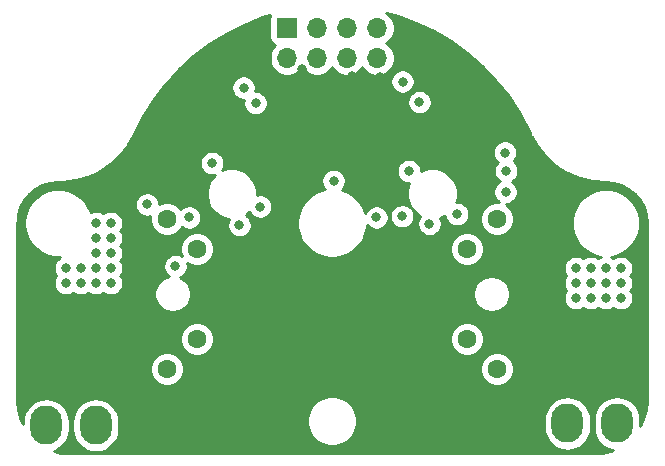
<source format=gbr>
%TF.GenerationSoftware,KiCad,Pcbnew,(5.1.9)-1*%
%TF.CreationDate,2021-11-07T13:18:06-07:00*%
%TF.ProjectId,dual_needle_gauge,6475616c-5f6e-4656-9564-6c655f676175,rev?*%
%TF.SameCoordinates,Original*%
%TF.FileFunction,Copper,L2,Inr*%
%TF.FilePolarity,Positive*%
%FSLAX46Y46*%
G04 Gerber Fmt 4.6, Leading zero omitted, Abs format (unit mm)*
G04 Created by KiCad (PCBNEW (5.1.9)-1) date 2021-11-07 13:18:06*
%MOMM*%
%LPD*%
G01*
G04 APERTURE LIST*
%TA.AperFunction,ComponentPad*%
%ADD10C,1.600000*%
%TD*%
%TA.AperFunction,ComponentPad*%
%ADD11O,2.700000X3.300000*%
%TD*%
%TA.AperFunction,ComponentPad*%
%ADD12O,1.700000X1.700000*%
%TD*%
%TA.AperFunction,ComponentPad*%
%ADD13R,1.700000X1.700000*%
%TD*%
%TA.AperFunction,ViaPad*%
%ADD14C,0.800000*%
%TD*%
%TA.AperFunction,Conductor*%
%ADD15C,0.254000*%
%TD*%
%TA.AperFunction,Conductor*%
%ADD16C,0.100000*%
%TD*%
G04 APERTURE END LIST*
D10*
%TO.N,/COIL8*%
%TO.C,M1*%
X193630417Y-128559283D03*
%TO.N,/COIL7*%
X193630417Y-120939283D03*
%TO.N,/COIL6*%
X170770417Y-128559283D03*
%TO.N,/COIL5*%
X170770417Y-120939283D03*
%TO.N,/COIL4*%
X196170417Y-131099283D03*
%TO.N,/COIL3*%
X196170417Y-118399283D03*
%TO.N,/COIL2*%
X168230417Y-131099283D03*
%TO.N,/COIL1*%
X168221841Y-118392866D03*
%TD*%
D11*
%TO.N,/DOUT*%
%TO.C,J3*%
X202121841Y-135709831D03*
%TO.N,/LEDGND*%
X206321841Y-135709831D03*
%TO.N,/LED+5V*%
X202121841Y-130209831D03*
%TA.AperFunction,ComponentPad*%
G36*
G01*
X207671841Y-128809832D02*
X207671841Y-131609830D01*
G75*
G02*
X207421840Y-131859831I-250001J0D01*
G01*
X205221842Y-131859831D01*
G75*
G02*
X204971841Y-131609830I0J250001D01*
G01*
X204971841Y-128809832D01*
G75*
G02*
X205221842Y-128559831I250001J0D01*
G01*
X207421840Y-128559831D01*
G75*
G02*
X207671841Y-128809832I0J-250001D01*
G01*
G37*
%TD.AperFunction*%
%TD*%
%TO.N,/DIN*%
%TO.C,J1*%
X157989341Y-135863176D03*
%TO.N,/LEDGND*%
X162189341Y-135863176D03*
%TO.N,/LED+5V*%
X157989341Y-130363176D03*
%TA.AperFunction,ComponentPad*%
G36*
G01*
X163539341Y-128963177D02*
X163539341Y-131763175D01*
G75*
G02*
X163289340Y-132013176I-250001J0D01*
G01*
X161089342Y-132013176D01*
G75*
G02*
X160839341Y-131763175I0J250001D01*
G01*
X160839341Y-128963177D01*
G75*
G02*
X161089342Y-128713176I250001J0D01*
G01*
X163289340Y-128713176D01*
G75*
G02*
X163539341Y-128963177I0J-250001D01*
G01*
G37*
%TD.AperFunction*%
%TD*%
D12*
%TO.N,/COIL7*%
%TO.C,J2*%
X186001841Y-104773176D03*
%TO.N,/COIL3*%
X186001841Y-102233176D03*
%TO.N,/COIL8*%
X183461841Y-104773176D03*
%TO.N,/COIL4*%
X183461841Y-102233176D03*
%TO.N,/COIL6*%
X180921841Y-104773176D03*
%TO.N,/COIL2*%
X180921841Y-102233176D03*
%TO.N,/COIL5*%
X178381841Y-104773176D03*
D13*
%TO.N,/COIL1*%
X178381841Y-102233176D03*
%TD*%
D14*
%TO.N,/LED+5V*%
X179296841Y-113954676D03*
X186593596Y-112665021D03*
X187601436Y-112303671D03*
X193218386Y-112091321D03*
X192564336Y-112745371D03*
X172019141Y-122426176D03*
X174883946Y-122964971D03*
X179157496Y-122793521D03*
X181460452Y-123348065D03*
X184461736Y-122435471D03*
X186760296Y-122848821D03*
X189236085Y-122714020D03*
X190867251Y-124202866D03*
X195023133Y-122244084D03*
X182364246Y-106315271D03*
X186212346Y-106353371D03*
X183861536Y-106303171D03*
X176600436Y-122359271D03*
X178511698Y-112314119D03*
X179159398Y-112961819D03*
X166431141Y-118920976D03*
X167764641Y-109992876D03*
X175575141Y-102474476D03*
X176305036Y-111954671D03*
X167317031Y-113790176D03*
X184284231Y-112141472D03*
X193520534Y-113742774D03*
X193037641Y-104506476D03*
X179626441Y-105725676D03*
X172590641Y-105471676D03*
X184490186Y-130439521D03*
X182327996Y-130164021D03*
X179883386Y-130506321D03*
X176756841Y-130413876D03*
X178078351Y-131822866D03*
X186976796Y-130442821D03*
X188781865Y-130159200D03*
X171909992Y-111485264D03*
%TO.N,/LEDGND*%
X182318841Y-115174476D03*
X185951041Y-118273276D03*
X188122741Y-118171676D03*
X190434141Y-118806676D03*
X192783641Y-117993876D03*
X170088741Y-118273276D03*
X168933041Y-122400776D03*
X188706941Y-114348976D03*
X196885741Y-116114276D03*
X196936541Y-114336276D03*
X196834941Y-112774176D03*
X189583241Y-108506976D03*
X175714841Y-108595876D03*
X174698841Y-107287776D03*
X188160841Y-106767076D03*
X163459341Y-118743176D03*
X163459341Y-120013176D03*
X163459341Y-121283176D03*
X163459341Y-122553176D03*
X163459341Y-123823176D03*
X162189341Y-123823176D03*
X162189341Y-122553176D03*
X162189341Y-121283176D03*
X162189341Y-120013176D03*
X162189341Y-118743176D03*
X160919341Y-123823176D03*
X159649341Y-123823176D03*
X159649341Y-122553176D03*
X160919341Y-122553176D03*
X202829341Y-122553176D03*
X204099341Y-122553176D03*
X205369341Y-122553176D03*
X206639341Y-122553176D03*
X206639341Y-123823176D03*
X205369341Y-123823176D03*
X204099341Y-123823176D03*
X202829341Y-123823176D03*
X174355941Y-118933676D03*
X176108541Y-117346176D03*
X166532741Y-117168376D03*
X202829341Y-125093176D03*
X204099341Y-125093176D03*
X205369341Y-125093176D03*
X206639341Y-125093176D03*
X172034856Y-113683149D03*
%TD*%
D15*
%TO.N,/LED+5V*%
X187736703Y-101209735D02*
X189302983Y-101784441D01*
X190810727Y-102498736D01*
X192247539Y-103346749D01*
X193601574Y-104321490D01*
X194861686Y-105414932D01*
X196017514Y-106618085D01*
X197059543Y-107921046D01*
X197979190Y-109313083D01*
X198774231Y-110792682D01*
X198947451Y-111164047D01*
X198949719Y-111168385D01*
X198950683Y-111170874D01*
X199075461Y-111430583D01*
X199092246Y-111459466D01*
X199107390Y-111489237D01*
X199627460Y-112339179D01*
X199677103Y-112407602D01*
X199688279Y-112423006D01*
X200334906Y-113181127D01*
X200399650Y-113245957D01*
X200408089Y-113254407D01*
X201165351Y-113902040D01*
X201249098Y-113962971D01*
X202098348Y-114484167D01*
X202127643Y-114499118D01*
X202190596Y-114531247D01*
X203110925Y-114913175D01*
X203158218Y-114928576D01*
X203209400Y-114945244D01*
X204178144Y-115178499D01*
X204275842Y-115194039D01*
X204280425Y-115194768D01*
X205267518Y-115273113D01*
X205293517Y-115275674D01*
X205337040Y-115275675D01*
X206042234Y-115344820D01*
X206689498Y-115540240D01*
X207286474Y-115857658D01*
X207810429Y-116284985D01*
X208241404Y-116805944D01*
X208562981Y-117400688D01*
X208762916Y-118046574D01*
X208836840Y-118749907D01*
X208836841Y-133800428D01*
X208764403Y-134612080D01*
X208557168Y-135369605D01*
X208306841Y-135894425D01*
X208306841Y-135312322D01*
X208278119Y-135020704D01*
X208164615Y-134646529D01*
X207980294Y-134301688D01*
X207732239Y-133999433D01*
X207429984Y-133751378D01*
X207085143Y-133567057D01*
X206710969Y-133453553D01*
X206321841Y-133415227D01*
X205932714Y-133453553D01*
X205558540Y-133567057D01*
X205213699Y-133751378D01*
X204911444Y-133999433D01*
X204663388Y-134301688D01*
X204479067Y-134646529D01*
X204365563Y-135020703D01*
X204336841Y-135312321D01*
X204336841Y-136107340D01*
X204365563Y-136398958D01*
X204479067Y-136773132D01*
X204663388Y-137117974D01*
X204911443Y-137420229D01*
X205213698Y-137668284D01*
X205558539Y-137852605D01*
X205932713Y-137966109D01*
X205939118Y-137966740D01*
X205825803Y-138016482D01*
X205057072Y-138201037D01*
X204392632Y-138249831D01*
X159996234Y-138249831D01*
X159184593Y-138177394D01*
X158660296Y-138033963D01*
X158752642Y-138005950D01*
X159097484Y-137821629D01*
X159399739Y-137573574D01*
X159647794Y-137271319D01*
X159832115Y-136926478D01*
X159945619Y-136552304D01*
X159974341Y-136260686D01*
X159974341Y-135465667D01*
X159974341Y-135465666D01*
X160204341Y-135465666D01*
X160204341Y-136260685D01*
X160233063Y-136552303D01*
X160346567Y-136926477D01*
X160530888Y-137271319D01*
X160778943Y-137573574D01*
X161081198Y-137821629D01*
X161426039Y-138005950D01*
X161800213Y-138119454D01*
X162189341Y-138157780D01*
X162578468Y-138119454D01*
X162952642Y-138005950D01*
X163297484Y-137821629D01*
X163599739Y-137573574D01*
X163847794Y-137271319D01*
X164032115Y-136926478D01*
X164145619Y-136552304D01*
X164174341Y-136260686D01*
X164174341Y-135465667D01*
X164157295Y-135292587D01*
X180056841Y-135292587D01*
X180056841Y-135713145D01*
X180138888Y-136125622D01*
X180299829Y-136514168D01*
X180533478Y-136863849D01*
X180830858Y-137161229D01*
X181180539Y-137394878D01*
X181569085Y-137555819D01*
X181981562Y-137637866D01*
X182402120Y-137637866D01*
X182814597Y-137555819D01*
X183203143Y-137394878D01*
X183552824Y-137161229D01*
X183850204Y-136863849D01*
X184083853Y-136514168D01*
X184244794Y-136125622D01*
X184326841Y-135713145D01*
X184326841Y-135312321D01*
X200136841Y-135312321D01*
X200136841Y-136107340D01*
X200165563Y-136398958D01*
X200279067Y-136773132D01*
X200463388Y-137117974D01*
X200711443Y-137420229D01*
X201013698Y-137668284D01*
X201358539Y-137852605D01*
X201732713Y-137966109D01*
X202121841Y-138004435D01*
X202510968Y-137966109D01*
X202885142Y-137852605D01*
X203229984Y-137668284D01*
X203532239Y-137420229D01*
X203780294Y-137117974D01*
X203964615Y-136773133D01*
X204078119Y-136398959D01*
X204106841Y-136107341D01*
X204106841Y-135312322D01*
X204078119Y-135020704D01*
X203964615Y-134646529D01*
X203780294Y-134301688D01*
X203532239Y-133999433D01*
X203229984Y-133751378D01*
X202885143Y-133567057D01*
X202510969Y-133453553D01*
X202121841Y-133415227D01*
X201732714Y-133453553D01*
X201358540Y-133567057D01*
X201013699Y-133751378D01*
X200711444Y-133999433D01*
X200463388Y-134301688D01*
X200279067Y-134646529D01*
X200165563Y-135020703D01*
X200136841Y-135312321D01*
X184326841Y-135312321D01*
X184326841Y-135292587D01*
X184244794Y-134880110D01*
X184083853Y-134491564D01*
X183850204Y-134141883D01*
X183552824Y-133844503D01*
X183203143Y-133610854D01*
X182814597Y-133449913D01*
X182402120Y-133367866D01*
X181981562Y-133367866D01*
X181569085Y-133449913D01*
X181180539Y-133610854D01*
X180830858Y-133844503D01*
X180533478Y-134141883D01*
X180299829Y-134491564D01*
X180138888Y-134880110D01*
X180056841Y-135292587D01*
X164157295Y-135292587D01*
X164145619Y-135174049D01*
X164032115Y-134799874D01*
X163847794Y-134455033D01*
X163599739Y-134152778D01*
X163297484Y-133904723D01*
X162952643Y-133720402D01*
X162578469Y-133606898D01*
X162189341Y-133568572D01*
X161800214Y-133606898D01*
X161426040Y-133720402D01*
X161081199Y-133904723D01*
X160778944Y-134152778D01*
X160530888Y-134455033D01*
X160346567Y-134799874D01*
X160233063Y-135174048D01*
X160204341Y-135465666D01*
X159974341Y-135465666D01*
X159945619Y-135174049D01*
X159832115Y-134799874D01*
X159647794Y-134455033D01*
X159399739Y-134152778D01*
X159097484Y-133904723D01*
X158752643Y-133720402D01*
X158378469Y-133606898D01*
X157989341Y-133568572D01*
X157600214Y-133606898D01*
X157226040Y-133720402D01*
X156881199Y-133904723D01*
X156578944Y-134152778D01*
X156330888Y-134455033D01*
X156146567Y-134799874D01*
X156033063Y-135174048D01*
X156004341Y-135465666D01*
X156004341Y-135749422D01*
X155780191Y-135238794D01*
X155595636Y-134470063D01*
X155546842Y-133805623D01*
X155546842Y-130957948D01*
X166795417Y-130957948D01*
X166795417Y-131240618D01*
X166850564Y-131517857D01*
X166958737Y-131779010D01*
X167115780Y-132014042D01*
X167315658Y-132213920D01*
X167550690Y-132370963D01*
X167811843Y-132479136D01*
X168089082Y-132534283D01*
X168371752Y-132534283D01*
X168648991Y-132479136D01*
X168910144Y-132370963D01*
X169145176Y-132213920D01*
X169345054Y-132014042D01*
X169502097Y-131779010D01*
X169610270Y-131517857D01*
X169665417Y-131240618D01*
X169665417Y-130957948D01*
X194735417Y-130957948D01*
X194735417Y-131240618D01*
X194790564Y-131517857D01*
X194898737Y-131779010D01*
X195055780Y-132014042D01*
X195255658Y-132213920D01*
X195490690Y-132370963D01*
X195751843Y-132479136D01*
X196029082Y-132534283D01*
X196311752Y-132534283D01*
X196588991Y-132479136D01*
X196850144Y-132370963D01*
X197085176Y-132213920D01*
X197285054Y-132014042D01*
X197442097Y-131779010D01*
X197550270Y-131517857D01*
X197605417Y-131240618D01*
X197605417Y-130957948D01*
X197550270Y-130680709D01*
X197442097Y-130419556D01*
X197285054Y-130184524D01*
X197085176Y-129984646D01*
X196850144Y-129827603D01*
X196588991Y-129719430D01*
X196311752Y-129664283D01*
X196029082Y-129664283D01*
X195751843Y-129719430D01*
X195490690Y-129827603D01*
X195255658Y-129984646D01*
X195055780Y-130184524D01*
X194898737Y-130419556D01*
X194790564Y-130680709D01*
X194735417Y-130957948D01*
X169665417Y-130957948D01*
X169610270Y-130680709D01*
X169502097Y-130419556D01*
X169345054Y-130184524D01*
X169145176Y-129984646D01*
X168910144Y-129827603D01*
X168648991Y-129719430D01*
X168371752Y-129664283D01*
X168089082Y-129664283D01*
X167811843Y-129719430D01*
X167550690Y-129827603D01*
X167315658Y-129984646D01*
X167115780Y-130184524D01*
X166958737Y-130419556D01*
X166850564Y-130680709D01*
X166795417Y-130957948D01*
X155546842Y-130957948D01*
X155546842Y-128417948D01*
X169335417Y-128417948D01*
X169335417Y-128700618D01*
X169390564Y-128977857D01*
X169498737Y-129239010D01*
X169655780Y-129474042D01*
X169855658Y-129673920D01*
X170090690Y-129830963D01*
X170351843Y-129939136D01*
X170629082Y-129994283D01*
X170911752Y-129994283D01*
X171188991Y-129939136D01*
X171450144Y-129830963D01*
X171685176Y-129673920D01*
X171885054Y-129474042D01*
X172042097Y-129239010D01*
X172150270Y-128977857D01*
X172205417Y-128700618D01*
X172205417Y-128417948D01*
X192195417Y-128417948D01*
X192195417Y-128700618D01*
X192250564Y-128977857D01*
X192358737Y-129239010D01*
X192515780Y-129474042D01*
X192715658Y-129673920D01*
X192950690Y-129830963D01*
X193211843Y-129939136D01*
X193489082Y-129994283D01*
X193771752Y-129994283D01*
X194048991Y-129939136D01*
X194310144Y-129830963D01*
X194545176Y-129673920D01*
X194745054Y-129474042D01*
X194902097Y-129239010D01*
X195010270Y-128977857D01*
X195065417Y-128700618D01*
X195065417Y-128417948D01*
X195010270Y-128140709D01*
X194902097Y-127879556D01*
X194745054Y-127644524D01*
X194545176Y-127444646D01*
X194310144Y-127287603D01*
X194048991Y-127179430D01*
X193771752Y-127124283D01*
X193489082Y-127124283D01*
X193211843Y-127179430D01*
X192950690Y-127287603D01*
X192715658Y-127444646D01*
X192515780Y-127644524D01*
X192358737Y-127879556D01*
X192250564Y-128140709D01*
X192195417Y-128417948D01*
X172205417Y-128417948D01*
X172150270Y-128140709D01*
X172042097Y-127879556D01*
X171885054Y-127644524D01*
X171685176Y-127444646D01*
X171450144Y-127287603D01*
X171188991Y-127179430D01*
X170911752Y-127124283D01*
X170629082Y-127124283D01*
X170351843Y-127179430D01*
X170090690Y-127287603D01*
X169855658Y-127444646D01*
X169655780Y-127644524D01*
X169498737Y-127879556D01*
X169390564Y-128140709D01*
X169335417Y-128417948D01*
X155546842Y-128417948D01*
X155546842Y-118775445D01*
X155577867Y-118459028D01*
X156129341Y-118459028D01*
X156129341Y-119027324D01*
X156240210Y-119584699D01*
X156457687Y-120109736D01*
X156773415Y-120582256D01*
X157175261Y-120984102D01*
X157647781Y-121299830D01*
X158172818Y-121517307D01*
X158730193Y-121628176D01*
X159177904Y-121628176D01*
X159159085Y-121635971D01*
X158989567Y-121749239D01*
X158845404Y-121893402D01*
X158732136Y-122062920D01*
X158654115Y-122251278D01*
X158614341Y-122451237D01*
X158614341Y-122655115D01*
X158654115Y-122855074D01*
X158732136Y-123043432D01*
X158828851Y-123188176D01*
X158732136Y-123332920D01*
X158654115Y-123521278D01*
X158614341Y-123721237D01*
X158614341Y-123925115D01*
X158654115Y-124125074D01*
X158732136Y-124313432D01*
X158845404Y-124482950D01*
X158989567Y-124627113D01*
X159159085Y-124740381D01*
X159347443Y-124818402D01*
X159547402Y-124858176D01*
X159751280Y-124858176D01*
X159951239Y-124818402D01*
X160139597Y-124740381D01*
X160284341Y-124643666D01*
X160429085Y-124740381D01*
X160617443Y-124818402D01*
X160817402Y-124858176D01*
X161021280Y-124858176D01*
X161221239Y-124818402D01*
X161409597Y-124740381D01*
X161554341Y-124643666D01*
X161699085Y-124740381D01*
X161887443Y-124818402D01*
X162087402Y-124858176D01*
X162291280Y-124858176D01*
X162491239Y-124818402D01*
X162679597Y-124740381D01*
X162824341Y-124643666D01*
X162969085Y-124740381D01*
X163157443Y-124818402D01*
X163357402Y-124858176D01*
X163561280Y-124858176D01*
X163761239Y-124818402D01*
X163949597Y-124740381D01*
X164119115Y-124627113D01*
X164144546Y-124601682D01*
X167156841Y-124601682D01*
X167156841Y-124904050D01*
X167215830Y-125200609D01*
X167331542Y-125479961D01*
X167499529Y-125731371D01*
X167713336Y-125945178D01*
X167964746Y-126113165D01*
X168244098Y-126228877D01*
X168540657Y-126287866D01*
X168843025Y-126287866D01*
X169139584Y-126228877D01*
X169418936Y-126113165D01*
X169670346Y-125945178D01*
X169884153Y-125731371D01*
X170052140Y-125479961D01*
X170167852Y-125200609D01*
X170226841Y-124904050D01*
X170226841Y-124601682D01*
X194156841Y-124601682D01*
X194156841Y-124904050D01*
X194215830Y-125200609D01*
X194331542Y-125479961D01*
X194499529Y-125731371D01*
X194713336Y-125945178D01*
X194964746Y-126113165D01*
X195244098Y-126228877D01*
X195540657Y-126287866D01*
X195843025Y-126287866D01*
X196139584Y-126228877D01*
X196418936Y-126113165D01*
X196670346Y-125945178D01*
X196884153Y-125731371D01*
X197052140Y-125479961D01*
X197167852Y-125200609D01*
X197226841Y-124904050D01*
X197226841Y-124601682D01*
X197167852Y-124305123D01*
X197052140Y-124025771D01*
X196884153Y-123774361D01*
X196670346Y-123560554D01*
X196418936Y-123392567D01*
X196139584Y-123276855D01*
X195843025Y-123217866D01*
X195540657Y-123217866D01*
X195244098Y-123276855D01*
X194964746Y-123392567D01*
X194713336Y-123560554D01*
X194499529Y-123774361D01*
X194331542Y-124025771D01*
X194215830Y-124305123D01*
X194156841Y-124601682D01*
X170226841Y-124601682D01*
X170167852Y-124305123D01*
X170052140Y-124025771D01*
X169884153Y-123774361D01*
X169670346Y-123560554D01*
X169418936Y-123392567D01*
X169331084Y-123356177D01*
X169423297Y-123317981D01*
X169592815Y-123204713D01*
X169736978Y-123060550D01*
X169850246Y-122891032D01*
X169928267Y-122702674D01*
X169968041Y-122502715D01*
X169968041Y-122451237D01*
X201794341Y-122451237D01*
X201794341Y-122655115D01*
X201834115Y-122855074D01*
X201912136Y-123043432D01*
X202008851Y-123188176D01*
X201912136Y-123332920D01*
X201834115Y-123521278D01*
X201794341Y-123721237D01*
X201794341Y-123925115D01*
X201834115Y-124125074D01*
X201912136Y-124313432D01*
X202008851Y-124458176D01*
X201912136Y-124602920D01*
X201834115Y-124791278D01*
X201794341Y-124991237D01*
X201794341Y-125195115D01*
X201834115Y-125395074D01*
X201912136Y-125583432D01*
X202025404Y-125752950D01*
X202169567Y-125897113D01*
X202339085Y-126010381D01*
X202527443Y-126088402D01*
X202727402Y-126128176D01*
X202931280Y-126128176D01*
X203131239Y-126088402D01*
X203319597Y-126010381D01*
X203464341Y-125913666D01*
X203609085Y-126010381D01*
X203797443Y-126088402D01*
X203997402Y-126128176D01*
X204201280Y-126128176D01*
X204401239Y-126088402D01*
X204589597Y-126010381D01*
X204734341Y-125913666D01*
X204879085Y-126010381D01*
X205067443Y-126088402D01*
X205267402Y-126128176D01*
X205471280Y-126128176D01*
X205671239Y-126088402D01*
X205859597Y-126010381D01*
X206004341Y-125913666D01*
X206149085Y-126010381D01*
X206337443Y-126088402D01*
X206537402Y-126128176D01*
X206741280Y-126128176D01*
X206941239Y-126088402D01*
X207129597Y-126010381D01*
X207299115Y-125897113D01*
X207443278Y-125752950D01*
X207556546Y-125583432D01*
X207634567Y-125395074D01*
X207674341Y-125195115D01*
X207674341Y-124991237D01*
X207634567Y-124791278D01*
X207556546Y-124602920D01*
X207459831Y-124458176D01*
X207556546Y-124313432D01*
X207634567Y-124125074D01*
X207674341Y-123925115D01*
X207674341Y-123721237D01*
X207634567Y-123521278D01*
X207556546Y-123332920D01*
X207459831Y-123188176D01*
X207556546Y-123043432D01*
X207634567Y-122855074D01*
X207674341Y-122655115D01*
X207674341Y-122451237D01*
X207634567Y-122251278D01*
X207556546Y-122062920D01*
X207443278Y-121893402D01*
X207299115Y-121749239D01*
X207129597Y-121635971D01*
X206941239Y-121557950D01*
X206741280Y-121518176D01*
X206537402Y-121518176D01*
X206337443Y-121557950D01*
X206149085Y-121635971D01*
X206004341Y-121732686D01*
X205859597Y-121635971D01*
X205780018Y-121603008D01*
X206210864Y-121517307D01*
X206735901Y-121299830D01*
X207208421Y-120984102D01*
X207610267Y-120582256D01*
X207925995Y-120109736D01*
X208143472Y-119584699D01*
X208254341Y-119027324D01*
X208254341Y-118459028D01*
X208143472Y-117901653D01*
X207925995Y-117376616D01*
X207610267Y-116904096D01*
X207208421Y-116502250D01*
X206735901Y-116186522D01*
X206210864Y-115969045D01*
X205653489Y-115858176D01*
X205085193Y-115858176D01*
X204527818Y-115969045D01*
X204002781Y-116186522D01*
X203530261Y-116502250D01*
X203128415Y-116904096D01*
X202812687Y-117376616D01*
X202595210Y-117901653D01*
X202484341Y-118459028D01*
X202484341Y-119027324D01*
X202595210Y-119584699D01*
X202812687Y-120109736D01*
X203128415Y-120582256D01*
X203530261Y-120984102D01*
X204002781Y-121299830D01*
X204527818Y-121517307D01*
X204958664Y-121603008D01*
X204879085Y-121635971D01*
X204734341Y-121732686D01*
X204589597Y-121635971D01*
X204401239Y-121557950D01*
X204201280Y-121518176D01*
X203997402Y-121518176D01*
X203797443Y-121557950D01*
X203609085Y-121635971D01*
X203464341Y-121732686D01*
X203319597Y-121635971D01*
X203131239Y-121557950D01*
X202931280Y-121518176D01*
X202727402Y-121518176D01*
X202527443Y-121557950D01*
X202339085Y-121635971D01*
X202169567Y-121749239D01*
X202025404Y-121893402D01*
X201912136Y-122062920D01*
X201834115Y-122251278D01*
X201794341Y-122451237D01*
X169968041Y-122451237D01*
X169968041Y-122298837D01*
X169929083Y-122102981D01*
X170090690Y-122210963D01*
X170351843Y-122319136D01*
X170629082Y-122374283D01*
X170911752Y-122374283D01*
X171188991Y-122319136D01*
X171450144Y-122210963D01*
X171685176Y-122053920D01*
X171885054Y-121854042D01*
X172042097Y-121619010D01*
X172150270Y-121357857D01*
X172205417Y-121080618D01*
X172205417Y-120797948D01*
X172150270Y-120520709D01*
X172042097Y-120259556D01*
X171885054Y-120024524D01*
X171685176Y-119824646D01*
X171450144Y-119667603D01*
X171188991Y-119559430D01*
X170911752Y-119504283D01*
X170629082Y-119504283D01*
X170351843Y-119559430D01*
X170090690Y-119667603D01*
X169855658Y-119824646D01*
X169655780Y-120024524D01*
X169498737Y-120259556D01*
X169390564Y-120520709D01*
X169335417Y-120797948D01*
X169335417Y-121080618D01*
X169390564Y-121357857D01*
X169450037Y-121501438D01*
X169423297Y-121483571D01*
X169234939Y-121405550D01*
X169034980Y-121365776D01*
X168831102Y-121365776D01*
X168631143Y-121405550D01*
X168442785Y-121483571D01*
X168273267Y-121596839D01*
X168129104Y-121741002D01*
X168015836Y-121910520D01*
X167937815Y-122098878D01*
X167898041Y-122298837D01*
X167898041Y-122502715D01*
X167937815Y-122702674D01*
X168015836Y-122891032D01*
X168129104Y-123060550D01*
X168273267Y-123204713D01*
X168349776Y-123255834D01*
X168244098Y-123276855D01*
X167964746Y-123392567D01*
X167713336Y-123560554D01*
X167499529Y-123774361D01*
X167331542Y-124025771D01*
X167215830Y-124305123D01*
X167156841Y-124601682D01*
X164144546Y-124601682D01*
X164263278Y-124482950D01*
X164376546Y-124313432D01*
X164454567Y-124125074D01*
X164494341Y-123925115D01*
X164494341Y-123721237D01*
X164454567Y-123521278D01*
X164376546Y-123332920D01*
X164279831Y-123188176D01*
X164376546Y-123043432D01*
X164454567Y-122855074D01*
X164494341Y-122655115D01*
X164494341Y-122451237D01*
X164454567Y-122251278D01*
X164376546Y-122062920D01*
X164279831Y-121918176D01*
X164376546Y-121773432D01*
X164454567Y-121585074D01*
X164494341Y-121385115D01*
X164494341Y-121181237D01*
X164454567Y-120981278D01*
X164376546Y-120792920D01*
X164279831Y-120648176D01*
X164376546Y-120503432D01*
X164454567Y-120315074D01*
X164494341Y-120115115D01*
X164494341Y-119911237D01*
X164454567Y-119711278D01*
X164376546Y-119522920D01*
X164279831Y-119378176D01*
X164376546Y-119233432D01*
X164454567Y-119045074D01*
X164494341Y-118845115D01*
X164494341Y-118641237D01*
X164454567Y-118441278D01*
X164376546Y-118252920D01*
X164263278Y-118083402D01*
X164119115Y-117939239D01*
X163949597Y-117825971D01*
X163761239Y-117747950D01*
X163561280Y-117708176D01*
X163357402Y-117708176D01*
X163157443Y-117747950D01*
X162969085Y-117825971D01*
X162824341Y-117922686D01*
X162679597Y-117825971D01*
X162491239Y-117747950D01*
X162291280Y-117708176D01*
X162087402Y-117708176D01*
X161887443Y-117747950D01*
X161748624Y-117805451D01*
X161570995Y-117376616D01*
X161363740Y-117066437D01*
X165497741Y-117066437D01*
X165497741Y-117270315D01*
X165537515Y-117470274D01*
X165615536Y-117658632D01*
X165728804Y-117828150D01*
X165872967Y-117972313D01*
X166042485Y-118085581D01*
X166230843Y-118163602D01*
X166430802Y-118203376D01*
X166634680Y-118203376D01*
X166803083Y-118169879D01*
X166786841Y-118251531D01*
X166786841Y-118534201D01*
X166841988Y-118811440D01*
X166950161Y-119072593D01*
X167107204Y-119307625D01*
X167307082Y-119507503D01*
X167542114Y-119664546D01*
X167803267Y-119772719D01*
X168080506Y-119827866D01*
X168363176Y-119827866D01*
X168640415Y-119772719D01*
X168901568Y-119664546D01*
X169136600Y-119507503D01*
X169336478Y-119307625D01*
X169471462Y-119105607D01*
X169598485Y-119190481D01*
X169786843Y-119268502D01*
X169986802Y-119308276D01*
X170190680Y-119308276D01*
X170390639Y-119268502D01*
X170578997Y-119190481D01*
X170748515Y-119077213D01*
X170892678Y-118933050D01*
X171005946Y-118763532D01*
X171083967Y-118575174D01*
X171123741Y-118375215D01*
X171123741Y-118171337D01*
X171083967Y-117971378D01*
X171005946Y-117783020D01*
X170892678Y-117613502D01*
X170748515Y-117469339D01*
X170578997Y-117356071D01*
X170390639Y-117278050D01*
X170190680Y-117238276D01*
X169986802Y-117238276D01*
X169786843Y-117278050D01*
X169598485Y-117356071D01*
X169428967Y-117469339D01*
X169370012Y-117528294D01*
X169336478Y-117478107D01*
X169136600Y-117278229D01*
X168901568Y-117121186D01*
X168640415Y-117013013D01*
X168363176Y-116957866D01*
X168080506Y-116957866D01*
X167803267Y-117013013D01*
X167567741Y-117110571D01*
X167567741Y-117066437D01*
X167527967Y-116866478D01*
X167449946Y-116678120D01*
X167336678Y-116508602D01*
X167192515Y-116364439D01*
X167022997Y-116251171D01*
X166834639Y-116173150D01*
X166634680Y-116133376D01*
X166430802Y-116133376D01*
X166230843Y-116173150D01*
X166042485Y-116251171D01*
X165872967Y-116364439D01*
X165728804Y-116508602D01*
X165615536Y-116678120D01*
X165537515Y-116866478D01*
X165497741Y-117066437D01*
X161363740Y-117066437D01*
X161255267Y-116904096D01*
X160853421Y-116502250D01*
X160380901Y-116186522D01*
X159855864Y-115969045D01*
X159298489Y-115858176D01*
X158730193Y-115858176D01*
X158172818Y-115969045D01*
X157647781Y-116186522D01*
X157175261Y-116502250D01*
X156773415Y-116904096D01*
X156457687Y-117376616D01*
X156240210Y-117901653D01*
X156129341Y-118459028D01*
X155577867Y-118459028D01*
X155615984Y-118070283D01*
X155811403Y-117423021D01*
X156128824Y-116826040D01*
X156556151Y-116302087D01*
X157077108Y-115871112D01*
X157671854Y-115549535D01*
X158317739Y-115349600D01*
X159021063Y-115275677D01*
X159085937Y-115275677D01*
X159093403Y-115274942D01*
X159356547Y-115268970D01*
X159389780Y-115265594D01*
X159423150Y-115264079D01*
X160411940Y-115140919D01*
X160513391Y-115120094D01*
X161470740Y-114843769D01*
X161516598Y-114826532D01*
X161567683Y-114807331D01*
X162470020Y-114384646D01*
X162560071Y-114333490D01*
X163385176Y-113774852D01*
X163466115Y-113710239D01*
X163603998Y-113581210D01*
X170999856Y-113581210D01*
X170999856Y-113785088D01*
X171039630Y-113985047D01*
X171117651Y-114173405D01*
X171230919Y-114342923D01*
X171375082Y-114487086D01*
X171544600Y-114600354D01*
X171732958Y-114678375D01*
X171932917Y-114718149D01*
X172136795Y-114718149D01*
X172249663Y-114695698D01*
X172043478Y-114901883D01*
X171809829Y-115251564D01*
X171648888Y-115640110D01*
X171566841Y-116052587D01*
X171566841Y-116473145D01*
X171648888Y-116885622D01*
X171809829Y-117274168D01*
X172043478Y-117623849D01*
X172340858Y-117921229D01*
X172690539Y-118154878D01*
X173079085Y-118315819D01*
X173471801Y-118393935D01*
X173438736Y-118443420D01*
X173360715Y-118631778D01*
X173320941Y-118831737D01*
X173320941Y-119035615D01*
X173360715Y-119235574D01*
X173438736Y-119423932D01*
X173552004Y-119593450D01*
X173696167Y-119737613D01*
X173865685Y-119850881D01*
X174054043Y-119928902D01*
X174254002Y-119968676D01*
X174457880Y-119968676D01*
X174657839Y-119928902D01*
X174846197Y-119850881D01*
X175015715Y-119737613D01*
X175159878Y-119593450D01*
X175273146Y-119423932D01*
X175351167Y-119235574D01*
X175390941Y-119035615D01*
X175390941Y-118831737D01*
X175351167Y-118631778D01*
X175281586Y-118463794D01*
X179256841Y-118463794D01*
X179256841Y-119041938D01*
X179369632Y-119608974D01*
X179590878Y-120143110D01*
X179912078Y-120623819D01*
X180320888Y-121032629D01*
X180801597Y-121353829D01*
X181335733Y-121575075D01*
X181902769Y-121687866D01*
X182480913Y-121687866D01*
X183047949Y-121575075D01*
X183582085Y-121353829D01*
X184062794Y-121032629D01*
X184297475Y-120797948D01*
X192195417Y-120797948D01*
X192195417Y-121080618D01*
X192250564Y-121357857D01*
X192358737Y-121619010D01*
X192515780Y-121854042D01*
X192715658Y-122053920D01*
X192950690Y-122210963D01*
X193211843Y-122319136D01*
X193489082Y-122374283D01*
X193771752Y-122374283D01*
X194048991Y-122319136D01*
X194310144Y-122210963D01*
X194545176Y-122053920D01*
X194745054Y-121854042D01*
X194902097Y-121619010D01*
X195010270Y-121357857D01*
X195065417Y-121080618D01*
X195065417Y-120797948D01*
X195010270Y-120520709D01*
X194902097Y-120259556D01*
X194745054Y-120024524D01*
X194545176Y-119824646D01*
X194310144Y-119667603D01*
X194048991Y-119559430D01*
X193771752Y-119504283D01*
X193489082Y-119504283D01*
X193211843Y-119559430D01*
X192950690Y-119667603D01*
X192715658Y-119824646D01*
X192515780Y-120024524D01*
X192358737Y-120259556D01*
X192250564Y-120520709D01*
X192195417Y-120797948D01*
X184297475Y-120797948D01*
X184471604Y-120623819D01*
X184792804Y-120143110D01*
X185014050Y-119608974D01*
X185126841Y-119041938D01*
X185126841Y-118902724D01*
X185147104Y-118933050D01*
X185291267Y-119077213D01*
X185460785Y-119190481D01*
X185649143Y-119268502D01*
X185849102Y-119308276D01*
X186052980Y-119308276D01*
X186252939Y-119268502D01*
X186441297Y-119190481D01*
X186610815Y-119077213D01*
X186754978Y-118933050D01*
X186868246Y-118763532D01*
X186946267Y-118575174D01*
X186986041Y-118375215D01*
X186986041Y-118171337D01*
X186965832Y-118069737D01*
X187087741Y-118069737D01*
X187087741Y-118273615D01*
X187127515Y-118473574D01*
X187205536Y-118661932D01*
X187318804Y-118831450D01*
X187462967Y-118975613D01*
X187632485Y-119088881D01*
X187820843Y-119166902D01*
X188020802Y-119206676D01*
X188224680Y-119206676D01*
X188424639Y-119166902D01*
X188612997Y-119088881D01*
X188782515Y-118975613D01*
X188926678Y-118831450D01*
X189039946Y-118661932D01*
X189117967Y-118473574D01*
X189157741Y-118273615D01*
X189157741Y-118069737D01*
X189117967Y-117869778D01*
X189039946Y-117681420D01*
X188926678Y-117511902D01*
X188782515Y-117367739D01*
X188612997Y-117254471D01*
X188424639Y-117176450D01*
X188224680Y-117136676D01*
X188020802Y-117136676D01*
X187820843Y-117176450D01*
X187632485Y-117254471D01*
X187462967Y-117367739D01*
X187318804Y-117511902D01*
X187205536Y-117681420D01*
X187127515Y-117869778D01*
X187087741Y-118069737D01*
X186965832Y-118069737D01*
X186946267Y-117971378D01*
X186868246Y-117783020D01*
X186754978Y-117613502D01*
X186610815Y-117469339D01*
X186441297Y-117356071D01*
X186252939Y-117278050D01*
X186052980Y-117238276D01*
X185849102Y-117238276D01*
X185649143Y-117278050D01*
X185460785Y-117356071D01*
X185291267Y-117469339D01*
X185147104Y-117613502D01*
X185033836Y-117783020D01*
X185000387Y-117863772D01*
X184792804Y-117362622D01*
X184471604Y-116881913D01*
X184062794Y-116473103D01*
X183582085Y-116151903D01*
X183047949Y-115930657D01*
X183029951Y-115927077D01*
X183122778Y-115834250D01*
X183236046Y-115664732D01*
X183314067Y-115476374D01*
X183353841Y-115276415D01*
X183353841Y-115072537D01*
X183314067Y-114872578D01*
X183236046Y-114684220D01*
X183122778Y-114514702D01*
X182978615Y-114370539D01*
X182809097Y-114257271D01*
X182784391Y-114247037D01*
X187671941Y-114247037D01*
X187671941Y-114450915D01*
X187711715Y-114650874D01*
X187789736Y-114839232D01*
X187903004Y-115008750D01*
X188047167Y-115152913D01*
X188216685Y-115266181D01*
X188405043Y-115344202D01*
X188605002Y-115383976D01*
X188734982Y-115383976D01*
X188628888Y-115640110D01*
X188546841Y-116052587D01*
X188546841Y-116473145D01*
X188628888Y-116885622D01*
X188789829Y-117274168D01*
X189023478Y-117623849D01*
X189320858Y-117921229D01*
X189641579Y-118135527D01*
X189630204Y-118146902D01*
X189516936Y-118316420D01*
X189438915Y-118504778D01*
X189399141Y-118704737D01*
X189399141Y-118908615D01*
X189438915Y-119108574D01*
X189516936Y-119296932D01*
X189630204Y-119466450D01*
X189774367Y-119610613D01*
X189943885Y-119723881D01*
X190132243Y-119801902D01*
X190332202Y-119841676D01*
X190536080Y-119841676D01*
X190736039Y-119801902D01*
X190924397Y-119723881D01*
X191093915Y-119610613D01*
X191238078Y-119466450D01*
X191351346Y-119296932D01*
X191429367Y-119108574D01*
X191469141Y-118908615D01*
X191469141Y-118704737D01*
X191429367Y-118504778D01*
X191351346Y-118316420D01*
X191340898Y-118300783D01*
X191693143Y-118154878D01*
X191752500Y-118115217D01*
X191788415Y-118295774D01*
X191866436Y-118484132D01*
X191979704Y-118653650D01*
X192123867Y-118797813D01*
X192293385Y-118911081D01*
X192481743Y-118989102D01*
X192681702Y-119028876D01*
X192885580Y-119028876D01*
X193085539Y-118989102D01*
X193273897Y-118911081D01*
X193443415Y-118797813D01*
X193587578Y-118653650D01*
X193700846Y-118484132D01*
X193778867Y-118295774D01*
X193786390Y-118257948D01*
X194735417Y-118257948D01*
X194735417Y-118540618D01*
X194790564Y-118817857D01*
X194898737Y-119079010D01*
X195055780Y-119314042D01*
X195255658Y-119513920D01*
X195490690Y-119670963D01*
X195751843Y-119779136D01*
X196029082Y-119834283D01*
X196311752Y-119834283D01*
X196588991Y-119779136D01*
X196850144Y-119670963D01*
X197085176Y-119513920D01*
X197285054Y-119314042D01*
X197442097Y-119079010D01*
X197550270Y-118817857D01*
X197605417Y-118540618D01*
X197605417Y-118257948D01*
X197550270Y-117980709D01*
X197442097Y-117719556D01*
X197285054Y-117484524D01*
X197085176Y-117284646D01*
X196882580Y-117149276D01*
X196987680Y-117149276D01*
X197187639Y-117109502D01*
X197375997Y-117031481D01*
X197545515Y-116918213D01*
X197689678Y-116774050D01*
X197802946Y-116604532D01*
X197880967Y-116416174D01*
X197920741Y-116216215D01*
X197920741Y-116012337D01*
X197880967Y-115812378D01*
X197802946Y-115624020D01*
X197689678Y-115454502D01*
X197545515Y-115310339D01*
X197443609Y-115242248D01*
X197596315Y-115140213D01*
X197740478Y-114996050D01*
X197853746Y-114826532D01*
X197931767Y-114638174D01*
X197971541Y-114438215D01*
X197971541Y-114234337D01*
X197931767Y-114034378D01*
X197853746Y-113846020D01*
X197740478Y-113676502D01*
X197596315Y-113532339D01*
X197562850Y-113509978D01*
X197638878Y-113433950D01*
X197752146Y-113264432D01*
X197830167Y-113076074D01*
X197869941Y-112876115D01*
X197869941Y-112672237D01*
X197830167Y-112472278D01*
X197752146Y-112283920D01*
X197638878Y-112114402D01*
X197494715Y-111970239D01*
X197325197Y-111856971D01*
X197136839Y-111778950D01*
X196936880Y-111739176D01*
X196733002Y-111739176D01*
X196533043Y-111778950D01*
X196344685Y-111856971D01*
X196175167Y-111970239D01*
X196031004Y-112114402D01*
X195917736Y-112283920D01*
X195839715Y-112472278D01*
X195799941Y-112672237D01*
X195799941Y-112876115D01*
X195839715Y-113076074D01*
X195917736Y-113264432D01*
X196031004Y-113433950D01*
X196175167Y-113578113D01*
X196208632Y-113600474D01*
X196132604Y-113676502D01*
X196019336Y-113846020D01*
X195941315Y-114034378D01*
X195901541Y-114234337D01*
X195901541Y-114438215D01*
X195941315Y-114638174D01*
X196019336Y-114826532D01*
X196132604Y-114996050D01*
X196276767Y-115140213D01*
X196378673Y-115208304D01*
X196225967Y-115310339D01*
X196081804Y-115454502D01*
X195968536Y-115624020D01*
X195890515Y-115812378D01*
X195850741Y-116012337D01*
X195850741Y-116216215D01*
X195890515Y-116416174D01*
X195968536Y-116604532D01*
X196081804Y-116774050D01*
X196225967Y-116918213D01*
X196294916Y-116964283D01*
X196029082Y-116964283D01*
X195751843Y-117019430D01*
X195490690Y-117127603D01*
X195255658Y-117284646D01*
X195055780Y-117484524D01*
X194898737Y-117719556D01*
X194790564Y-117980709D01*
X194735417Y-118257948D01*
X193786390Y-118257948D01*
X193818641Y-118095815D01*
X193818641Y-117891937D01*
X193778867Y-117691978D01*
X193700846Y-117503620D01*
X193587578Y-117334102D01*
X193443415Y-117189939D01*
X193273897Y-117076671D01*
X193085539Y-116998650D01*
X192885580Y-116958876D01*
X192704451Y-116958876D01*
X192734794Y-116885622D01*
X192816841Y-116473145D01*
X192816841Y-116052587D01*
X192734794Y-115640110D01*
X192573853Y-115251564D01*
X192340204Y-114901883D01*
X192042824Y-114604503D01*
X191693143Y-114370854D01*
X191304597Y-114209913D01*
X190892120Y-114127866D01*
X190471562Y-114127866D01*
X190059085Y-114209913D01*
X189741941Y-114341278D01*
X189741941Y-114247037D01*
X189702167Y-114047078D01*
X189624146Y-113858720D01*
X189510878Y-113689202D01*
X189366715Y-113545039D01*
X189197197Y-113431771D01*
X189008839Y-113353750D01*
X188808880Y-113313976D01*
X188605002Y-113313976D01*
X188405043Y-113353750D01*
X188216685Y-113431771D01*
X188047167Y-113545039D01*
X187903004Y-113689202D01*
X187789736Y-113858720D01*
X187711715Y-114047078D01*
X187671941Y-114247037D01*
X182784391Y-114247037D01*
X182620739Y-114179250D01*
X182420780Y-114139476D01*
X182216902Y-114139476D01*
X182016943Y-114179250D01*
X181828585Y-114257271D01*
X181659067Y-114370539D01*
X181514904Y-114514702D01*
X181401636Y-114684220D01*
X181323615Y-114872578D01*
X181283841Y-115072537D01*
X181283841Y-115276415D01*
X181323615Y-115476374D01*
X181401636Y-115664732D01*
X181514904Y-115834250D01*
X181565589Y-115884935D01*
X181335733Y-115930657D01*
X180801597Y-116151903D01*
X180320888Y-116473103D01*
X179912078Y-116881913D01*
X179590878Y-117362622D01*
X179369632Y-117896758D01*
X179256841Y-118463794D01*
X175281586Y-118463794D01*
X175273146Y-118443420D01*
X175159878Y-118273902D01*
X175015715Y-118129739D01*
X174883241Y-118041223D01*
X175062824Y-117921229D01*
X175178532Y-117805521D01*
X175191336Y-117836432D01*
X175304604Y-118005950D01*
X175448767Y-118150113D01*
X175618285Y-118263381D01*
X175806643Y-118341402D01*
X176006602Y-118381176D01*
X176210480Y-118381176D01*
X176410439Y-118341402D01*
X176598797Y-118263381D01*
X176768315Y-118150113D01*
X176912478Y-118005950D01*
X177025746Y-117836432D01*
X177103767Y-117648074D01*
X177143541Y-117448115D01*
X177143541Y-117244237D01*
X177103767Y-117044278D01*
X177025746Y-116855920D01*
X176912478Y-116686402D01*
X176768315Y-116542239D01*
X176598797Y-116428971D01*
X176410439Y-116350950D01*
X176210480Y-116311176D01*
X176006602Y-116311176D01*
X175836841Y-116344943D01*
X175836841Y-116052587D01*
X175754794Y-115640110D01*
X175593853Y-115251564D01*
X175360204Y-114901883D01*
X175062824Y-114604503D01*
X174713143Y-114370854D01*
X174324597Y-114209913D01*
X173912120Y-114127866D01*
X173491562Y-114127866D01*
X173079085Y-114209913D01*
X172869722Y-114296634D01*
X172952061Y-114173405D01*
X173030082Y-113985047D01*
X173069856Y-113785088D01*
X173069856Y-113581210D01*
X173030082Y-113381251D01*
X172952061Y-113192893D01*
X172838793Y-113023375D01*
X172694630Y-112879212D01*
X172525112Y-112765944D01*
X172336754Y-112687923D01*
X172136795Y-112648149D01*
X171932917Y-112648149D01*
X171732958Y-112687923D01*
X171544600Y-112765944D01*
X171375082Y-112879212D01*
X171230919Y-113023375D01*
X171117651Y-113192893D01*
X171039630Y-113381251D01*
X170999856Y-113581210D01*
X163603998Y-113581210D01*
X164193671Y-113029404D01*
X164263506Y-112952925D01*
X164263507Y-112952923D01*
X164875598Y-112166659D01*
X164913190Y-112109647D01*
X164932610Y-112080196D01*
X165414167Y-111207856D01*
X165415557Y-111204791D01*
X165424691Y-111188003D01*
X166194391Y-109674071D01*
X167082184Y-108261510D01*
X167903090Y-107185837D01*
X173663841Y-107185837D01*
X173663841Y-107389715D01*
X173703615Y-107589674D01*
X173781636Y-107778032D01*
X173894904Y-107947550D01*
X174039067Y-108091713D01*
X174208585Y-108204981D01*
X174396943Y-108283002D01*
X174596902Y-108322776D01*
X174713887Y-108322776D01*
X174679841Y-108493937D01*
X174679841Y-108697815D01*
X174719615Y-108897774D01*
X174797636Y-109086132D01*
X174910904Y-109255650D01*
X175055067Y-109399813D01*
X175224585Y-109513081D01*
X175412943Y-109591102D01*
X175612902Y-109630876D01*
X175816780Y-109630876D01*
X176016739Y-109591102D01*
X176205097Y-109513081D01*
X176374615Y-109399813D01*
X176518778Y-109255650D01*
X176632046Y-109086132D01*
X176710067Y-108897774D01*
X176749841Y-108697815D01*
X176749841Y-108493937D01*
X176732158Y-108405037D01*
X188548241Y-108405037D01*
X188548241Y-108608915D01*
X188588015Y-108808874D01*
X188666036Y-108997232D01*
X188779304Y-109166750D01*
X188923467Y-109310913D01*
X189092985Y-109424181D01*
X189281343Y-109502202D01*
X189481302Y-109541976D01*
X189685180Y-109541976D01*
X189885139Y-109502202D01*
X190073497Y-109424181D01*
X190243015Y-109310913D01*
X190387178Y-109166750D01*
X190500446Y-108997232D01*
X190578467Y-108808874D01*
X190618241Y-108608915D01*
X190618241Y-108405037D01*
X190578467Y-108205078D01*
X190500446Y-108016720D01*
X190387178Y-107847202D01*
X190243015Y-107703039D01*
X190073497Y-107589771D01*
X189885139Y-107511750D01*
X189685180Y-107471976D01*
X189481302Y-107471976D01*
X189281343Y-107511750D01*
X189092985Y-107589771D01*
X188923467Y-107703039D01*
X188779304Y-107847202D01*
X188666036Y-108016720D01*
X188588015Y-108205078D01*
X188548241Y-108405037D01*
X176732158Y-108405037D01*
X176710067Y-108293978D01*
X176632046Y-108105620D01*
X176518778Y-107936102D01*
X176374615Y-107791939D01*
X176205097Y-107678671D01*
X176016739Y-107600650D01*
X175816780Y-107560876D01*
X175699795Y-107560876D01*
X175733841Y-107389715D01*
X175733841Y-107185837D01*
X175694067Y-106985878D01*
X175616046Y-106797520D01*
X175527591Y-106665137D01*
X187125841Y-106665137D01*
X187125841Y-106869015D01*
X187165615Y-107068974D01*
X187243636Y-107257332D01*
X187356904Y-107426850D01*
X187501067Y-107571013D01*
X187670585Y-107684281D01*
X187858943Y-107762302D01*
X188058902Y-107802076D01*
X188262780Y-107802076D01*
X188462739Y-107762302D01*
X188651097Y-107684281D01*
X188820615Y-107571013D01*
X188964778Y-107426850D01*
X189078046Y-107257332D01*
X189156067Y-107068974D01*
X189195841Y-106869015D01*
X189195841Y-106665137D01*
X189156067Y-106465178D01*
X189078046Y-106276820D01*
X188964778Y-106107302D01*
X188820615Y-105963139D01*
X188651097Y-105849871D01*
X188462739Y-105771850D01*
X188262780Y-105732076D01*
X188058902Y-105732076D01*
X187858943Y-105771850D01*
X187670585Y-105849871D01*
X187501067Y-105963139D01*
X187356904Y-106107302D01*
X187243636Y-106276820D01*
X187165615Y-106465178D01*
X187125841Y-106665137D01*
X175527591Y-106665137D01*
X175502778Y-106628002D01*
X175358615Y-106483839D01*
X175189097Y-106370571D01*
X175000739Y-106292550D01*
X174800780Y-106252776D01*
X174596902Y-106252776D01*
X174396943Y-106292550D01*
X174208585Y-106370571D01*
X174039067Y-106483839D01*
X173894904Y-106628002D01*
X173781636Y-106797520D01*
X173703615Y-106985878D01*
X173663841Y-107185837D01*
X167903090Y-107185837D01*
X168094353Y-106935217D01*
X169222554Y-105706127D01*
X170457511Y-104584343D01*
X171789064Y-103579098D01*
X173206239Y-102698676D01*
X174697365Y-101950323D01*
X176250184Y-101340195D01*
X176942690Y-101138339D01*
X176942339Y-101138996D01*
X176906029Y-101258694D01*
X176893769Y-101383176D01*
X176893769Y-103083176D01*
X176906029Y-103207658D01*
X176942339Y-103327356D01*
X177001304Y-103437670D01*
X177080656Y-103534361D01*
X177177347Y-103613713D01*
X177287661Y-103672678D01*
X177360221Y-103694689D01*
X177228366Y-103826544D01*
X177065851Y-104069765D01*
X176953909Y-104340018D01*
X176896841Y-104626916D01*
X176896841Y-104919436D01*
X176953909Y-105206334D01*
X177065851Y-105476587D01*
X177228366Y-105719808D01*
X177435209Y-105926651D01*
X177678430Y-106089166D01*
X177948683Y-106201108D01*
X178235581Y-106258176D01*
X178528101Y-106258176D01*
X178814999Y-106201108D01*
X179085252Y-106089166D01*
X179328473Y-105926651D01*
X179535316Y-105719808D01*
X179651841Y-105545416D01*
X179768366Y-105719808D01*
X179975209Y-105926651D01*
X180218430Y-106089166D01*
X180488683Y-106201108D01*
X180775581Y-106258176D01*
X181068101Y-106258176D01*
X181354999Y-106201108D01*
X181625252Y-106089166D01*
X181868473Y-105926651D01*
X182075316Y-105719808D01*
X182191841Y-105545416D01*
X182308366Y-105719808D01*
X182515209Y-105926651D01*
X182758430Y-106089166D01*
X183028683Y-106201108D01*
X183315581Y-106258176D01*
X183608101Y-106258176D01*
X183894999Y-106201108D01*
X184165252Y-106089166D01*
X184408473Y-105926651D01*
X184615316Y-105719808D01*
X184731841Y-105545416D01*
X184848366Y-105719808D01*
X185055209Y-105926651D01*
X185298430Y-106089166D01*
X185568683Y-106201108D01*
X185855581Y-106258176D01*
X186148101Y-106258176D01*
X186434999Y-106201108D01*
X186705252Y-106089166D01*
X186948473Y-105926651D01*
X187155316Y-105719808D01*
X187317831Y-105476587D01*
X187429773Y-105206334D01*
X187486841Y-104919436D01*
X187486841Y-104626916D01*
X187429773Y-104340018D01*
X187317831Y-104069765D01*
X187155316Y-103826544D01*
X186948473Y-103619701D01*
X186774081Y-103503176D01*
X186948473Y-103386651D01*
X187155316Y-103179808D01*
X187317831Y-102936587D01*
X187429773Y-102666334D01*
X187486841Y-102379436D01*
X187486841Y-102086916D01*
X187429773Y-101800018D01*
X187317831Y-101529765D01*
X187155316Y-101286544D01*
X186948473Y-101079701D01*
X186748002Y-100945751D01*
X187736703Y-101209735D01*
%TA.AperFunction,Conductor*%
D16*
G36*
X187736703Y-101209735D02*
G01*
X189302983Y-101784441D01*
X190810727Y-102498736D01*
X192247539Y-103346749D01*
X193601574Y-104321490D01*
X194861686Y-105414932D01*
X196017514Y-106618085D01*
X197059543Y-107921046D01*
X197979190Y-109313083D01*
X198774231Y-110792682D01*
X198947451Y-111164047D01*
X198949719Y-111168385D01*
X198950683Y-111170874D01*
X199075461Y-111430583D01*
X199092246Y-111459466D01*
X199107390Y-111489237D01*
X199627460Y-112339179D01*
X199677103Y-112407602D01*
X199688279Y-112423006D01*
X200334906Y-113181127D01*
X200399650Y-113245957D01*
X200408089Y-113254407D01*
X201165351Y-113902040D01*
X201249098Y-113962971D01*
X202098348Y-114484167D01*
X202127643Y-114499118D01*
X202190596Y-114531247D01*
X203110925Y-114913175D01*
X203158218Y-114928576D01*
X203209400Y-114945244D01*
X204178144Y-115178499D01*
X204275842Y-115194039D01*
X204280425Y-115194768D01*
X205267518Y-115273113D01*
X205293517Y-115275674D01*
X205337040Y-115275675D01*
X206042234Y-115344820D01*
X206689498Y-115540240D01*
X207286474Y-115857658D01*
X207810429Y-116284985D01*
X208241404Y-116805944D01*
X208562981Y-117400688D01*
X208762916Y-118046574D01*
X208836840Y-118749907D01*
X208836841Y-133800428D01*
X208764403Y-134612080D01*
X208557168Y-135369605D01*
X208306841Y-135894425D01*
X208306841Y-135312322D01*
X208278119Y-135020704D01*
X208164615Y-134646529D01*
X207980294Y-134301688D01*
X207732239Y-133999433D01*
X207429984Y-133751378D01*
X207085143Y-133567057D01*
X206710969Y-133453553D01*
X206321841Y-133415227D01*
X205932714Y-133453553D01*
X205558540Y-133567057D01*
X205213699Y-133751378D01*
X204911444Y-133999433D01*
X204663388Y-134301688D01*
X204479067Y-134646529D01*
X204365563Y-135020703D01*
X204336841Y-135312321D01*
X204336841Y-136107340D01*
X204365563Y-136398958D01*
X204479067Y-136773132D01*
X204663388Y-137117974D01*
X204911443Y-137420229D01*
X205213698Y-137668284D01*
X205558539Y-137852605D01*
X205932713Y-137966109D01*
X205939118Y-137966740D01*
X205825803Y-138016482D01*
X205057072Y-138201037D01*
X204392632Y-138249831D01*
X159996234Y-138249831D01*
X159184593Y-138177394D01*
X158660296Y-138033963D01*
X158752642Y-138005950D01*
X159097484Y-137821629D01*
X159399739Y-137573574D01*
X159647794Y-137271319D01*
X159832115Y-136926478D01*
X159945619Y-136552304D01*
X159974341Y-136260686D01*
X159974341Y-135465667D01*
X159974341Y-135465666D01*
X160204341Y-135465666D01*
X160204341Y-136260685D01*
X160233063Y-136552303D01*
X160346567Y-136926477D01*
X160530888Y-137271319D01*
X160778943Y-137573574D01*
X161081198Y-137821629D01*
X161426039Y-138005950D01*
X161800213Y-138119454D01*
X162189341Y-138157780D01*
X162578468Y-138119454D01*
X162952642Y-138005950D01*
X163297484Y-137821629D01*
X163599739Y-137573574D01*
X163847794Y-137271319D01*
X164032115Y-136926478D01*
X164145619Y-136552304D01*
X164174341Y-136260686D01*
X164174341Y-135465667D01*
X164157295Y-135292587D01*
X180056841Y-135292587D01*
X180056841Y-135713145D01*
X180138888Y-136125622D01*
X180299829Y-136514168D01*
X180533478Y-136863849D01*
X180830858Y-137161229D01*
X181180539Y-137394878D01*
X181569085Y-137555819D01*
X181981562Y-137637866D01*
X182402120Y-137637866D01*
X182814597Y-137555819D01*
X183203143Y-137394878D01*
X183552824Y-137161229D01*
X183850204Y-136863849D01*
X184083853Y-136514168D01*
X184244794Y-136125622D01*
X184326841Y-135713145D01*
X184326841Y-135312321D01*
X200136841Y-135312321D01*
X200136841Y-136107340D01*
X200165563Y-136398958D01*
X200279067Y-136773132D01*
X200463388Y-137117974D01*
X200711443Y-137420229D01*
X201013698Y-137668284D01*
X201358539Y-137852605D01*
X201732713Y-137966109D01*
X202121841Y-138004435D01*
X202510968Y-137966109D01*
X202885142Y-137852605D01*
X203229984Y-137668284D01*
X203532239Y-137420229D01*
X203780294Y-137117974D01*
X203964615Y-136773133D01*
X204078119Y-136398959D01*
X204106841Y-136107341D01*
X204106841Y-135312322D01*
X204078119Y-135020704D01*
X203964615Y-134646529D01*
X203780294Y-134301688D01*
X203532239Y-133999433D01*
X203229984Y-133751378D01*
X202885143Y-133567057D01*
X202510969Y-133453553D01*
X202121841Y-133415227D01*
X201732714Y-133453553D01*
X201358540Y-133567057D01*
X201013699Y-133751378D01*
X200711444Y-133999433D01*
X200463388Y-134301688D01*
X200279067Y-134646529D01*
X200165563Y-135020703D01*
X200136841Y-135312321D01*
X184326841Y-135312321D01*
X184326841Y-135292587D01*
X184244794Y-134880110D01*
X184083853Y-134491564D01*
X183850204Y-134141883D01*
X183552824Y-133844503D01*
X183203143Y-133610854D01*
X182814597Y-133449913D01*
X182402120Y-133367866D01*
X181981562Y-133367866D01*
X181569085Y-133449913D01*
X181180539Y-133610854D01*
X180830858Y-133844503D01*
X180533478Y-134141883D01*
X180299829Y-134491564D01*
X180138888Y-134880110D01*
X180056841Y-135292587D01*
X164157295Y-135292587D01*
X164145619Y-135174049D01*
X164032115Y-134799874D01*
X163847794Y-134455033D01*
X163599739Y-134152778D01*
X163297484Y-133904723D01*
X162952643Y-133720402D01*
X162578469Y-133606898D01*
X162189341Y-133568572D01*
X161800214Y-133606898D01*
X161426040Y-133720402D01*
X161081199Y-133904723D01*
X160778944Y-134152778D01*
X160530888Y-134455033D01*
X160346567Y-134799874D01*
X160233063Y-135174048D01*
X160204341Y-135465666D01*
X159974341Y-135465666D01*
X159945619Y-135174049D01*
X159832115Y-134799874D01*
X159647794Y-134455033D01*
X159399739Y-134152778D01*
X159097484Y-133904723D01*
X158752643Y-133720402D01*
X158378469Y-133606898D01*
X157989341Y-133568572D01*
X157600214Y-133606898D01*
X157226040Y-133720402D01*
X156881199Y-133904723D01*
X156578944Y-134152778D01*
X156330888Y-134455033D01*
X156146567Y-134799874D01*
X156033063Y-135174048D01*
X156004341Y-135465666D01*
X156004341Y-135749422D01*
X155780191Y-135238794D01*
X155595636Y-134470063D01*
X155546842Y-133805623D01*
X155546842Y-130957948D01*
X166795417Y-130957948D01*
X166795417Y-131240618D01*
X166850564Y-131517857D01*
X166958737Y-131779010D01*
X167115780Y-132014042D01*
X167315658Y-132213920D01*
X167550690Y-132370963D01*
X167811843Y-132479136D01*
X168089082Y-132534283D01*
X168371752Y-132534283D01*
X168648991Y-132479136D01*
X168910144Y-132370963D01*
X169145176Y-132213920D01*
X169345054Y-132014042D01*
X169502097Y-131779010D01*
X169610270Y-131517857D01*
X169665417Y-131240618D01*
X169665417Y-130957948D01*
X194735417Y-130957948D01*
X194735417Y-131240618D01*
X194790564Y-131517857D01*
X194898737Y-131779010D01*
X195055780Y-132014042D01*
X195255658Y-132213920D01*
X195490690Y-132370963D01*
X195751843Y-132479136D01*
X196029082Y-132534283D01*
X196311752Y-132534283D01*
X196588991Y-132479136D01*
X196850144Y-132370963D01*
X197085176Y-132213920D01*
X197285054Y-132014042D01*
X197442097Y-131779010D01*
X197550270Y-131517857D01*
X197605417Y-131240618D01*
X197605417Y-130957948D01*
X197550270Y-130680709D01*
X197442097Y-130419556D01*
X197285054Y-130184524D01*
X197085176Y-129984646D01*
X196850144Y-129827603D01*
X196588991Y-129719430D01*
X196311752Y-129664283D01*
X196029082Y-129664283D01*
X195751843Y-129719430D01*
X195490690Y-129827603D01*
X195255658Y-129984646D01*
X195055780Y-130184524D01*
X194898737Y-130419556D01*
X194790564Y-130680709D01*
X194735417Y-130957948D01*
X169665417Y-130957948D01*
X169610270Y-130680709D01*
X169502097Y-130419556D01*
X169345054Y-130184524D01*
X169145176Y-129984646D01*
X168910144Y-129827603D01*
X168648991Y-129719430D01*
X168371752Y-129664283D01*
X168089082Y-129664283D01*
X167811843Y-129719430D01*
X167550690Y-129827603D01*
X167315658Y-129984646D01*
X167115780Y-130184524D01*
X166958737Y-130419556D01*
X166850564Y-130680709D01*
X166795417Y-130957948D01*
X155546842Y-130957948D01*
X155546842Y-128417948D01*
X169335417Y-128417948D01*
X169335417Y-128700618D01*
X169390564Y-128977857D01*
X169498737Y-129239010D01*
X169655780Y-129474042D01*
X169855658Y-129673920D01*
X170090690Y-129830963D01*
X170351843Y-129939136D01*
X170629082Y-129994283D01*
X170911752Y-129994283D01*
X171188991Y-129939136D01*
X171450144Y-129830963D01*
X171685176Y-129673920D01*
X171885054Y-129474042D01*
X172042097Y-129239010D01*
X172150270Y-128977857D01*
X172205417Y-128700618D01*
X172205417Y-128417948D01*
X192195417Y-128417948D01*
X192195417Y-128700618D01*
X192250564Y-128977857D01*
X192358737Y-129239010D01*
X192515780Y-129474042D01*
X192715658Y-129673920D01*
X192950690Y-129830963D01*
X193211843Y-129939136D01*
X193489082Y-129994283D01*
X193771752Y-129994283D01*
X194048991Y-129939136D01*
X194310144Y-129830963D01*
X194545176Y-129673920D01*
X194745054Y-129474042D01*
X194902097Y-129239010D01*
X195010270Y-128977857D01*
X195065417Y-128700618D01*
X195065417Y-128417948D01*
X195010270Y-128140709D01*
X194902097Y-127879556D01*
X194745054Y-127644524D01*
X194545176Y-127444646D01*
X194310144Y-127287603D01*
X194048991Y-127179430D01*
X193771752Y-127124283D01*
X193489082Y-127124283D01*
X193211843Y-127179430D01*
X192950690Y-127287603D01*
X192715658Y-127444646D01*
X192515780Y-127644524D01*
X192358737Y-127879556D01*
X192250564Y-128140709D01*
X192195417Y-128417948D01*
X172205417Y-128417948D01*
X172150270Y-128140709D01*
X172042097Y-127879556D01*
X171885054Y-127644524D01*
X171685176Y-127444646D01*
X171450144Y-127287603D01*
X171188991Y-127179430D01*
X170911752Y-127124283D01*
X170629082Y-127124283D01*
X170351843Y-127179430D01*
X170090690Y-127287603D01*
X169855658Y-127444646D01*
X169655780Y-127644524D01*
X169498737Y-127879556D01*
X169390564Y-128140709D01*
X169335417Y-128417948D01*
X155546842Y-128417948D01*
X155546842Y-118775445D01*
X155577867Y-118459028D01*
X156129341Y-118459028D01*
X156129341Y-119027324D01*
X156240210Y-119584699D01*
X156457687Y-120109736D01*
X156773415Y-120582256D01*
X157175261Y-120984102D01*
X157647781Y-121299830D01*
X158172818Y-121517307D01*
X158730193Y-121628176D01*
X159177904Y-121628176D01*
X159159085Y-121635971D01*
X158989567Y-121749239D01*
X158845404Y-121893402D01*
X158732136Y-122062920D01*
X158654115Y-122251278D01*
X158614341Y-122451237D01*
X158614341Y-122655115D01*
X158654115Y-122855074D01*
X158732136Y-123043432D01*
X158828851Y-123188176D01*
X158732136Y-123332920D01*
X158654115Y-123521278D01*
X158614341Y-123721237D01*
X158614341Y-123925115D01*
X158654115Y-124125074D01*
X158732136Y-124313432D01*
X158845404Y-124482950D01*
X158989567Y-124627113D01*
X159159085Y-124740381D01*
X159347443Y-124818402D01*
X159547402Y-124858176D01*
X159751280Y-124858176D01*
X159951239Y-124818402D01*
X160139597Y-124740381D01*
X160284341Y-124643666D01*
X160429085Y-124740381D01*
X160617443Y-124818402D01*
X160817402Y-124858176D01*
X161021280Y-124858176D01*
X161221239Y-124818402D01*
X161409597Y-124740381D01*
X161554341Y-124643666D01*
X161699085Y-124740381D01*
X161887443Y-124818402D01*
X162087402Y-124858176D01*
X162291280Y-124858176D01*
X162491239Y-124818402D01*
X162679597Y-124740381D01*
X162824341Y-124643666D01*
X162969085Y-124740381D01*
X163157443Y-124818402D01*
X163357402Y-124858176D01*
X163561280Y-124858176D01*
X163761239Y-124818402D01*
X163949597Y-124740381D01*
X164119115Y-124627113D01*
X164144546Y-124601682D01*
X167156841Y-124601682D01*
X167156841Y-124904050D01*
X167215830Y-125200609D01*
X167331542Y-125479961D01*
X167499529Y-125731371D01*
X167713336Y-125945178D01*
X167964746Y-126113165D01*
X168244098Y-126228877D01*
X168540657Y-126287866D01*
X168843025Y-126287866D01*
X169139584Y-126228877D01*
X169418936Y-126113165D01*
X169670346Y-125945178D01*
X169884153Y-125731371D01*
X170052140Y-125479961D01*
X170167852Y-125200609D01*
X170226841Y-124904050D01*
X170226841Y-124601682D01*
X194156841Y-124601682D01*
X194156841Y-124904050D01*
X194215830Y-125200609D01*
X194331542Y-125479961D01*
X194499529Y-125731371D01*
X194713336Y-125945178D01*
X194964746Y-126113165D01*
X195244098Y-126228877D01*
X195540657Y-126287866D01*
X195843025Y-126287866D01*
X196139584Y-126228877D01*
X196418936Y-126113165D01*
X196670346Y-125945178D01*
X196884153Y-125731371D01*
X197052140Y-125479961D01*
X197167852Y-125200609D01*
X197226841Y-124904050D01*
X197226841Y-124601682D01*
X197167852Y-124305123D01*
X197052140Y-124025771D01*
X196884153Y-123774361D01*
X196670346Y-123560554D01*
X196418936Y-123392567D01*
X196139584Y-123276855D01*
X195843025Y-123217866D01*
X195540657Y-123217866D01*
X195244098Y-123276855D01*
X194964746Y-123392567D01*
X194713336Y-123560554D01*
X194499529Y-123774361D01*
X194331542Y-124025771D01*
X194215830Y-124305123D01*
X194156841Y-124601682D01*
X170226841Y-124601682D01*
X170167852Y-124305123D01*
X170052140Y-124025771D01*
X169884153Y-123774361D01*
X169670346Y-123560554D01*
X169418936Y-123392567D01*
X169331084Y-123356177D01*
X169423297Y-123317981D01*
X169592815Y-123204713D01*
X169736978Y-123060550D01*
X169850246Y-122891032D01*
X169928267Y-122702674D01*
X169968041Y-122502715D01*
X169968041Y-122451237D01*
X201794341Y-122451237D01*
X201794341Y-122655115D01*
X201834115Y-122855074D01*
X201912136Y-123043432D01*
X202008851Y-123188176D01*
X201912136Y-123332920D01*
X201834115Y-123521278D01*
X201794341Y-123721237D01*
X201794341Y-123925115D01*
X201834115Y-124125074D01*
X201912136Y-124313432D01*
X202008851Y-124458176D01*
X201912136Y-124602920D01*
X201834115Y-124791278D01*
X201794341Y-124991237D01*
X201794341Y-125195115D01*
X201834115Y-125395074D01*
X201912136Y-125583432D01*
X202025404Y-125752950D01*
X202169567Y-125897113D01*
X202339085Y-126010381D01*
X202527443Y-126088402D01*
X202727402Y-126128176D01*
X202931280Y-126128176D01*
X203131239Y-126088402D01*
X203319597Y-126010381D01*
X203464341Y-125913666D01*
X203609085Y-126010381D01*
X203797443Y-126088402D01*
X203997402Y-126128176D01*
X204201280Y-126128176D01*
X204401239Y-126088402D01*
X204589597Y-126010381D01*
X204734341Y-125913666D01*
X204879085Y-126010381D01*
X205067443Y-126088402D01*
X205267402Y-126128176D01*
X205471280Y-126128176D01*
X205671239Y-126088402D01*
X205859597Y-126010381D01*
X206004341Y-125913666D01*
X206149085Y-126010381D01*
X206337443Y-126088402D01*
X206537402Y-126128176D01*
X206741280Y-126128176D01*
X206941239Y-126088402D01*
X207129597Y-126010381D01*
X207299115Y-125897113D01*
X207443278Y-125752950D01*
X207556546Y-125583432D01*
X207634567Y-125395074D01*
X207674341Y-125195115D01*
X207674341Y-124991237D01*
X207634567Y-124791278D01*
X207556546Y-124602920D01*
X207459831Y-124458176D01*
X207556546Y-124313432D01*
X207634567Y-124125074D01*
X207674341Y-123925115D01*
X207674341Y-123721237D01*
X207634567Y-123521278D01*
X207556546Y-123332920D01*
X207459831Y-123188176D01*
X207556546Y-123043432D01*
X207634567Y-122855074D01*
X207674341Y-122655115D01*
X207674341Y-122451237D01*
X207634567Y-122251278D01*
X207556546Y-122062920D01*
X207443278Y-121893402D01*
X207299115Y-121749239D01*
X207129597Y-121635971D01*
X206941239Y-121557950D01*
X206741280Y-121518176D01*
X206537402Y-121518176D01*
X206337443Y-121557950D01*
X206149085Y-121635971D01*
X206004341Y-121732686D01*
X205859597Y-121635971D01*
X205780018Y-121603008D01*
X206210864Y-121517307D01*
X206735901Y-121299830D01*
X207208421Y-120984102D01*
X207610267Y-120582256D01*
X207925995Y-120109736D01*
X208143472Y-119584699D01*
X208254341Y-119027324D01*
X208254341Y-118459028D01*
X208143472Y-117901653D01*
X207925995Y-117376616D01*
X207610267Y-116904096D01*
X207208421Y-116502250D01*
X206735901Y-116186522D01*
X206210864Y-115969045D01*
X205653489Y-115858176D01*
X205085193Y-115858176D01*
X204527818Y-115969045D01*
X204002781Y-116186522D01*
X203530261Y-116502250D01*
X203128415Y-116904096D01*
X202812687Y-117376616D01*
X202595210Y-117901653D01*
X202484341Y-118459028D01*
X202484341Y-119027324D01*
X202595210Y-119584699D01*
X202812687Y-120109736D01*
X203128415Y-120582256D01*
X203530261Y-120984102D01*
X204002781Y-121299830D01*
X204527818Y-121517307D01*
X204958664Y-121603008D01*
X204879085Y-121635971D01*
X204734341Y-121732686D01*
X204589597Y-121635971D01*
X204401239Y-121557950D01*
X204201280Y-121518176D01*
X203997402Y-121518176D01*
X203797443Y-121557950D01*
X203609085Y-121635971D01*
X203464341Y-121732686D01*
X203319597Y-121635971D01*
X203131239Y-121557950D01*
X202931280Y-121518176D01*
X202727402Y-121518176D01*
X202527443Y-121557950D01*
X202339085Y-121635971D01*
X202169567Y-121749239D01*
X202025404Y-121893402D01*
X201912136Y-122062920D01*
X201834115Y-122251278D01*
X201794341Y-122451237D01*
X169968041Y-122451237D01*
X169968041Y-122298837D01*
X169929083Y-122102981D01*
X170090690Y-122210963D01*
X170351843Y-122319136D01*
X170629082Y-122374283D01*
X170911752Y-122374283D01*
X171188991Y-122319136D01*
X171450144Y-122210963D01*
X171685176Y-122053920D01*
X171885054Y-121854042D01*
X172042097Y-121619010D01*
X172150270Y-121357857D01*
X172205417Y-121080618D01*
X172205417Y-120797948D01*
X172150270Y-120520709D01*
X172042097Y-120259556D01*
X171885054Y-120024524D01*
X171685176Y-119824646D01*
X171450144Y-119667603D01*
X171188991Y-119559430D01*
X170911752Y-119504283D01*
X170629082Y-119504283D01*
X170351843Y-119559430D01*
X170090690Y-119667603D01*
X169855658Y-119824646D01*
X169655780Y-120024524D01*
X169498737Y-120259556D01*
X169390564Y-120520709D01*
X169335417Y-120797948D01*
X169335417Y-121080618D01*
X169390564Y-121357857D01*
X169450037Y-121501438D01*
X169423297Y-121483571D01*
X169234939Y-121405550D01*
X169034980Y-121365776D01*
X168831102Y-121365776D01*
X168631143Y-121405550D01*
X168442785Y-121483571D01*
X168273267Y-121596839D01*
X168129104Y-121741002D01*
X168015836Y-121910520D01*
X167937815Y-122098878D01*
X167898041Y-122298837D01*
X167898041Y-122502715D01*
X167937815Y-122702674D01*
X168015836Y-122891032D01*
X168129104Y-123060550D01*
X168273267Y-123204713D01*
X168349776Y-123255834D01*
X168244098Y-123276855D01*
X167964746Y-123392567D01*
X167713336Y-123560554D01*
X167499529Y-123774361D01*
X167331542Y-124025771D01*
X167215830Y-124305123D01*
X167156841Y-124601682D01*
X164144546Y-124601682D01*
X164263278Y-124482950D01*
X164376546Y-124313432D01*
X164454567Y-124125074D01*
X164494341Y-123925115D01*
X164494341Y-123721237D01*
X164454567Y-123521278D01*
X164376546Y-123332920D01*
X164279831Y-123188176D01*
X164376546Y-123043432D01*
X164454567Y-122855074D01*
X164494341Y-122655115D01*
X164494341Y-122451237D01*
X164454567Y-122251278D01*
X164376546Y-122062920D01*
X164279831Y-121918176D01*
X164376546Y-121773432D01*
X164454567Y-121585074D01*
X164494341Y-121385115D01*
X164494341Y-121181237D01*
X164454567Y-120981278D01*
X164376546Y-120792920D01*
X164279831Y-120648176D01*
X164376546Y-120503432D01*
X164454567Y-120315074D01*
X164494341Y-120115115D01*
X164494341Y-119911237D01*
X164454567Y-119711278D01*
X164376546Y-119522920D01*
X164279831Y-119378176D01*
X164376546Y-119233432D01*
X164454567Y-119045074D01*
X164494341Y-118845115D01*
X164494341Y-118641237D01*
X164454567Y-118441278D01*
X164376546Y-118252920D01*
X164263278Y-118083402D01*
X164119115Y-117939239D01*
X163949597Y-117825971D01*
X163761239Y-117747950D01*
X163561280Y-117708176D01*
X163357402Y-117708176D01*
X163157443Y-117747950D01*
X162969085Y-117825971D01*
X162824341Y-117922686D01*
X162679597Y-117825971D01*
X162491239Y-117747950D01*
X162291280Y-117708176D01*
X162087402Y-117708176D01*
X161887443Y-117747950D01*
X161748624Y-117805451D01*
X161570995Y-117376616D01*
X161363740Y-117066437D01*
X165497741Y-117066437D01*
X165497741Y-117270315D01*
X165537515Y-117470274D01*
X165615536Y-117658632D01*
X165728804Y-117828150D01*
X165872967Y-117972313D01*
X166042485Y-118085581D01*
X166230843Y-118163602D01*
X166430802Y-118203376D01*
X166634680Y-118203376D01*
X166803083Y-118169879D01*
X166786841Y-118251531D01*
X166786841Y-118534201D01*
X166841988Y-118811440D01*
X166950161Y-119072593D01*
X167107204Y-119307625D01*
X167307082Y-119507503D01*
X167542114Y-119664546D01*
X167803267Y-119772719D01*
X168080506Y-119827866D01*
X168363176Y-119827866D01*
X168640415Y-119772719D01*
X168901568Y-119664546D01*
X169136600Y-119507503D01*
X169336478Y-119307625D01*
X169471462Y-119105607D01*
X169598485Y-119190481D01*
X169786843Y-119268502D01*
X169986802Y-119308276D01*
X170190680Y-119308276D01*
X170390639Y-119268502D01*
X170578997Y-119190481D01*
X170748515Y-119077213D01*
X170892678Y-118933050D01*
X171005946Y-118763532D01*
X171083967Y-118575174D01*
X171123741Y-118375215D01*
X171123741Y-118171337D01*
X171083967Y-117971378D01*
X171005946Y-117783020D01*
X170892678Y-117613502D01*
X170748515Y-117469339D01*
X170578997Y-117356071D01*
X170390639Y-117278050D01*
X170190680Y-117238276D01*
X169986802Y-117238276D01*
X169786843Y-117278050D01*
X169598485Y-117356071D01*
X169428967Y-117469339D01*
X169370012Y-117528294D01*
X169336478Y-117478107D01*
X169136600Y-117278229D01*
X168901568Y-117121186D01*
X168640415Y-117013013D01*
X168363176Y-116957866D01*
X168080506Y-116957866D01*
X167803267Y-117013013D01*
X167567741Y-117110571D01*
X167567741Y-117066437D01*
X167527967Y-116866478D01*
X167449946Y-116678120D01*
X167336678Y-116508602D01*
X167192515Y-116364439D01*
X167022997Y-116251171D01*
X166834639Y-116173150D01*
X166634680Y-116133376D01*
X166430802Y-116133376D01*
X166230843Y-116173150D01*
X166042485Y-116251171D01*
X165872967Y-116364439D01*
X165728804Y-116508602D01*
X165615536Y-116678120D01*
X165537515Y-116866478D01*
X165497741Y-117066437D01*
X161363740Y-117066437D01*
X161255267Y-116904096D01*
X160853421Y-116502250D01*
X160380901Y-116186522D01*
X159855864Y-115969045D01*
X159298489Y-115858176D01*
X158730193Y-115858176D01*
X158172818Y-115969045D01*
X157647781Y-116186522D01*
X157175261Y-116502250D01*
X156773415Y-116904096D01*
X156457687Y-117376616D01*
X156240210Y-117901653D01*
X156129341Y-118459028D01*
X155577867Y-118459028D01*
X155615984Y-118070283D01*
X155811403Y-117423021D01*
X156128824Y-116826040D01*
X156556151Y-116302087D01*
X157077108Y-115871112D01*
X157671854Y-115549535D01*
X158317739Y-115349600D01*
X159021063Y-115275677D01*
X159085937Y-115275677D01*
X159093403Y-115274942D01*
X159356547Y-115268970D01*
X159389780Y-115265594D01*
X159423150Y-115264079D01*
X160411940Y-115140919D01*
X160513391Y-115120094D01*
X161470740Y-114843769D01*
X161516598Y-114826532D01*
X161567683Y-114807331D01*
X162470020Y-114384646D01*
X162560071Y-114333490D01*
X163385176Y-113774852D01*
X163466115Y-113710239D01*
X163603998Y-113581210D01*
X170999856Y-113581210D01*
X170999856Y-113785088D01*
X171039630Y-113985047D01*
X171117651Y-114173405D01*
X171230919Y-114342923D01*
X171375082Y-114487086D01*
X171544600Y-114600354D01*
X171732958Y-114678375D01*
X171932917Y-114718149D01*
X172136795Y-114718149D01*
X172249663Y-114695698D01*
X172043478Y-114901883D01*
X171809829Y-115251564D01*
X171648888Y-115640110D01*
X171566841Y-116052587D01*
X171566841Y-116473145D01*
X171648888Y-116885622D01*
X171809829Y-117274168D01*
X172043478Y-117623849D01*
X172340858Y-117921229D01*
X172690539Y-118154878D01*
X173079085Y-118315819D01*
X173471801Y-118393935D01*
X173438736Y-118443420D01*
X173360715Y-118631778D01*
X173320941Y-118831737D01*
X173320941Y-119035615D01*
X173360715Y-119235574D01*
X173438736Y-119423932D01*
X173552004Y-119593450D01*
X173696167Y-119737613D01*
X173865685Y-119850881D01*
X174054043Y-119928902D01*
X174254002Y-119968676D01*
X174457880Y-119968676D01*
X174657839Y-119928902D01*
X174846197Y-119850881D01*
X175015715Y-119737613D01*
X175159878Y-119593450D01*
X175273146Y-119423932D01*
X175351167Y-119235574D01*
X175390941Y-119035615D01*
X175390941Y-118831737D01*
X175351167Y-118631778D01*
X175281586Y-118463794D01*
X179256841Y-118463794D01*
X179256841Y-119041938D01*
X179369632Y-119608974D01*
X179590878Y-120143110D01*
X179912078Y-120623819D01*
X180320888Y-121032629D01*
X180801597Y-121353829D01*
X181335733Y-121575075D01*
X181902769Y-121687866D01*
X182480913Y-121687866D01*
X183047949Y-121575075D01*
X183582085Y-121353829D01*
X184062794Y-121032629D01*
X184297475Y-120797948D01*
X192195417Y-120797948D01*
X192195417Y-121080618D01*
X192250564Y-121357857D01*
X192358737Y-121619010D01*
X192515780Y-121854042D01*
X192715658Y-122053920D01*
X192950690Y-122210963D01*
X193211843Y-122319136D01*
X193489082Y-122374283D01*
X193771752Y-122374283D01*
X194048991Y-122319136D01*
X194310144Y-122210963D01*
X194545176Y-122053920D01*
X194745054Y-121854042D01*
X194902097Y-121619010D01*
X195010270Y-121357857D01*
X195065417Y-121080618D01*
X195065417Y-120797948D01*
X195010270Y-120520709D01*
X194902097Y-120259556D01*
X194745054Y-120024524D01*
X194545176Y-119824646D01*
X194310144Y-119667603D01*
X194048991Y-119559430D01*
X193771752Y-119504283D01*
X193489082Y-119504283D01*
X193211843Y-119559430D01*
X192950690Y-119667603D01*
X192715658Y-119824646D01*
X192515780Y-120024524D01*
X192358737Y-120259556D01*
X192250564Y-120520709D01*
X192195417Y-120797948D01*
X184297475Y-120797948D01*
X184471604Y-120623819D01*
X184792804Y-120143110D01*
X185014050Y-119608974D01*
X185126841Y-119041938D01*
X185126841Y-118902724D01*
X185147104Y-118933050D01*
X185291267Y-119077213D01*
X185460785Y-119190481D01*
X185649143Y-119268502D01*
X185849102Y-119308276D01*
X186052980Y-119308276D01*
X186252939Y-119268502D01*
X186441297Y-119190481D01*
X186610815Y-119077213D01*
X186754978Y-118933050D01*
X186868246Y-118763532D01*
X186946267Y-118575174D01*
X186986041Y-118375215D01*
X186986041Y-118171337D01*
X186965832Y-118069737D01*
X187087741Y-118069737D01*
X187087741Y-118273615D01*
X187127515Y-118473574D01*
X187205536Y-118661932D01*
X187318804Y-118831450D01*
X187462967Y-118975613D01*
X187632485Y-119088881D01*
X187820843Y-119166902D01*
X188020802Y-119206676D01*
X188224680Y-119206676D01*
X188424639Y-119166902D01*
X188612997Y-119088881D01*
X188782515Y-118975613D01*
X188926678Y-118831450D01*
X189039946Y-118661932D01*
X189117967Y-118473574D01*
X189157741Y-118273615D01*
X189157741Y-118069737D01*
X189117967Y-117869778D01*
X189039946Y-117681420D01*
X188926678Y-117511902D01*
X188782515Y-117367739D01*
X188612997Y-117254471D01*
X188424639Y-117176450D01*
X188224680Y-117136676D01*
X188020802Y-117136676D01*
X187820843Y-117176450D01*
X187632485Y-117254471D01*
X187462967Y-117367739D01*
X187318804Y-117511902D01*
X187205536Y-117681420D01*
X187127515Y-117869778D01*
X187087741Y-118069737D01*
X186965832Y-118069737D01*
X186946267Y-117971378D01*
X186868246Y-117783020D01*
X186754978Y-117613502D01*
X186610815Y-117469339D01*
X186441297Y-117356071D01*
X186252939Y-117278050D01*
X186052980Y-117238276D01*
X185849102Y-117238276D01*
X185649143Y-117278050D01*
X185460785Y-117356071D01*
X185291267Y-117469339D01*
X185147104Y-117613502D01*
X185033836Y-117783020D01*
X185000387Y-117863772D01*
X184792804Y-117362622D01*
X184471604Y-116881913D01*
X184062794Y-116473103D01*
X183582085Y-116151903D01*
X183047949Y-115930657D01*
X183029951Y-115927077D01*
X183122778Y-115834250D01*
X183236046Y-115664732D01*
X183314067Y-115476374D01*
X183353841Y-115276415D01*
X183353841Y-115072537D01*
X183314067Y-114872578D01*
X183236046Y-114684220D01*
X183122778Y-114514702D01*
X182978615Y-114370539D01*
X182809097Y-114257271D01*
X182784391Y-114247037D01*
X187671941Y-114247037D01*
X187671941Y-114450915D01*
X187711715Y-114650874D01*
X187789736Y-114839232D01*
X187903004Y-115008750D01*
X188047167Y-115152913D01*
X188216685Y-115266181D01*
X188405043Y-115344202D01*
X188605002Y-115383976D01*
X188734982Y-115383976D01*
X188628888Y-115640110D01*
X188546841Y-116052587D01*
X188546841Y-116473145D01*
X188628888Y-116885622D01*
X188789829Y-117274168D01*
X189023478Y-117623849D01*
X189320858Y-117921229D01*
X189641579Y-118135527D01*
X189630204Y-118146902D01*
X189516936Y-118316420D01*
X189438915Y-118504778D01*
X189399141Y-118704737D01*
X189399141Y-118908615D01*
X189438915Y-119108574D01*
X189516936Y-119296932D01*
X189630204Y-119466450D01*
X189774367Y-119610613D01*
X189943885Y-119723881D01*
X190132243Y-119801902D01*
X190332202Y-119841676D01*
X190536080Y-119841676D01*
X190736039Y-119801902D01*
X190924397Y-119723881D01*
X191093915Y-119610613D01*
X191238078Y-119466450D01*
X191351346Y-119296932D01*
X191429367Y-119108574D01*
X191469141Y-118908615D01*
X191469141Y-118704737D01*
X191429367Y-118504778D01*
X191351346Y-118316420D01*
X191340898Y-118300783D01*
X191693143Y-118154878D01*
X191752500Y-118115217D01*
X191788415Y-118295774D01*
X191866436Y-118484132D01*
X191979704Y-118653650D01*
X192123867Y-118797813D01*
X192293385Y-118911081D01*
X192481743Y-118989102D01*
X192681702Y-119028876D01*
X192885580Y-119028876D01*
X193085539Y-118989102D01*
X193273897Y-118911081D01*
X193443415Y-118797813D01*
X193587578Y-118653650D01*
X193700846Y-118484132D01*
X193778867Y-118295774D01*
X193786390Y-118257948D01*
X194735417Y-118257948D01*
X194735417Y-118540618D01*
X194790564Y-118817857D01*
X194898737Y-119079010D01*
X195055780Y-119314042D01*
X195255658Y-119513920D01*
X195490690Y-119670963D01*
X195751843Y-119779136D01*
X196029082Y-119834283D01*
X196311752Y-119834283D01*
X196588991Y-119779136D01*
X196850144Y-119670963D01*
X197085176Y-119513920D01*
X197285054Y-119314042D01*
X197442097Y-119079010D01*
X197550270Y-118817857D01*
X197605417Y-118540618D01*
X197605417Y-118257948D01*
X197550270Y-117980709D01*
X197442097Y-117719556D01*
X197285054Y-117484524D01*
X197085176Y-117284646D01*
X196882580Y-117149276D01*
X196987680Y-117149276D01*
X197187639Y-117109502D01*
X197375997Y-117031481D01*
X197545515Y-116918213D01*
X197689678Y-116774050D01*
X197802946Y-116604532D01*
X197880967Y-116416174D01*
X197920741Y-116216215D01*
X197920741Y-116012337D01*
X197880967Y-115812378D01*
X197802946Y-115624020D01*
X197689678Y-115454502D01*
X197545515Y-115310339D01*
X197443609Y-115242248D01*
X197596315Y-115140213D01*
X197740478Y-114996050D01*
X197853746Y-114826532D01*
X197931767Y-114638174D01*
X197971541Y-114438215D01*
X197971541Y-114234337D01*
X197931767Y-114034378D01*
X197853746Y-113846020D01*
X197740478Y-113676502D01*
X197596315Y-113532339D01*
X197562850Y-113509978D01*
X197638878Y-113433950D01*
X197752146Y-113264432D01*
X197830167Y-113076074D01*
X197869941Y-112876115D01*
X197869941Y-112672237D01*
X197830167Y-112472278D01*
X197752146Y-112283920D01*
X197638878Y-112114402D01*
X197494715Y-111970239D01*
X197325197Y-111856971D01*
X197136839Y-111778950D01*
X196936880Y-111739176D01*
X196733002Y-111739176D01*
X196533043Y-111778950D01*
X196344685Y-111856971D01*
X196175167Y-111970239D01*
X196031004Y-112114402D01*
X195917736Y-112283920D01*
X195839715Y-112472278D01*
X195799941Y-112672237D01*
X195799941Y-112876115D01*
X195839715Y-113076074D01*
X195917736Y-113264432D01*
X196031004Y-113433950D01*
X196175167Y-113578113D01*
X196208632Y-113600474D01*
X196132604Y-113676502D01*
X196019336Y-113846020D01*
X195941315Y-114034378D01*
X195901541Y-114234337D01*
X195901541Y-114438215D01*
X195941315Y-114638174D01*
X196019336Y-114826532D01*
X196132604Y-114996050D01*
X196276767Y-115140213D01*
X196378673Y-115208304D01*
X196225967Y-115310339D01*
X196081804Y-115454502D01*
X195968536Y-115624020D01*
X195890515Y-115812378D01*
X195850741Y-116012337D01*
X195850741Y-116216215D01*
X195890515Y-116416174D01*
X195968536Y-116604532D01*
X196081804Y-116774050D01*
X196225967Y-116918213D01*
X196294916Y-116964283D01*
X196029082Y-116964283D01*
X195751843Y-117019430D01*
X195490690Y-117127603D01*
X195255658Y-117284646D01*
X195055780Y-117484524D01*
X194898737Y-117719556D01*
X194790564Y-117980709D01*
X194735417Y-118257948D01*
X193786390Y-118257948D01*
X193818641Y-118095815D01*
X193818641Y-117891937D01*
X193778867Y-117691978D01*
X193700846Y-117503620D01*
X193587578Y-117334102D01*
X193443415Y-117189939D01*
X193273897Y-117076671D01*
X193085539Y-116998650D01*
X192885580Y-116958876D01*
X192704451Y-116958876D01*
X192734794Y-116885622D01*
X192816841Y-116473145D01*
X192816841Y-116052587D01*
X192734794Y-115640110D01*
X192573853Y-115251564D01*
X192340204Y-114901883D01*
X192042824Y-114604503D01*
X191693143Y-114370854D01*
X191304597Y-114209913D01*
X190892120Y-114127866D01*
X190471562Y-114127866D01*
X190059085Y-114209913D01*
X189741941Y-114341278D01*
X189741941Y-114247037D01*
X189702167Y-114047078D01*
X189624146Y-113858720D01*
X189510878Y-113689202D01*
X189366715Y-113545039D01*
X189197197Y-113431771D01*
X189008839Y-113353750D01*
X188808880Y-113313976D01*
X188605002Y-113313976D01*
X188405043Y-113353750D01*
X188216685Y-113431771D01*
X188047167Y-113545039D01*
X187903004Y-113689202D01*
X187789736Y-113858720D01*
X187711715Y-114047078D01*
X187671941Y-114247037D01*
X182784391Y-114247037D01*
X182620739Y-114179250D01*
X182420780Y-114139476D01*
X182216902Y-114139476D01*
X182016943Y-114179250D01*
X181828585Y-114257271D01*
X181659067Y-114370539D01*
X181514904Y-114514702D01*
X181401636Y-114684220D01*
X181323615Y-114872578D01*
X181283841Y-115072537D01*
X181283841Y-115276415D01*
X181323615Y-115476374D01*
X181401636Y-115664732D01*
X181514904Y-115834250D01*
X181565589Y-115884935D01*
X181335733Y-115930657D01*
X180801597Y-116151903D01*
X180320888Y-116473103D01*
X179912078Y-116881913D01*
X179590878Y-117362622D01*
X179369632Y-117896758D01*
X179256841Y-118463794D01*
X175281586Y-118463794D01*
X175273146Y-118443420D01*
X175159878Y-118273902D01*
X175015715Y-118129739D01*
X174883241Y-118041223D01*
X175062824Y-117921229D01*
X175178532Y-117805521D01*
X175191336Y-117836432D01*
X175304604Y-118005950D01*
X175448767Y-118150113D01*
X175618285Y-118263381D01*
X175806643Y-118341402D01*
X176006602Y-118381176D01*
X176210480Y-118381176D01*
X176410439Y-118341402D01*
X176598797Y-118263381D01*
X176768315Y-118150113D01*
X176912478Y-118005950D01*
X177025746Y-117836432D01*
X177103767Y-117648074D01*
X177143541Y-117448115D01*
X177143541Y-117244237D01*
X177103767Y-117044278D01*
X177025746Y-116855920D01*
X176912478Y-116686402D01*
X176768315Y-116542239D01*
X176598797Y-116428971D01*
X176410439Y-116350950D01*
X176210480Y-116311176D01*
X176006602Y-116311176D01*
X175836841Y-116344943D01*
X175836841Y-116052587D01*
X175754794Y-115640110D01*
X175593853Y-115251564D01*
X175360204Y-114901883D01*
X175062824Y-114604503D01*
X174713143Y-114370854D01*
X174324597Y-114209913D01*
X173912120Y-114127866D01*
X173491562Y-114127866D01*
X173079085Y-114209913D01*
X172869722Y-114296634D01*
X172952061Y-114173405D01*
X173030082Y-113985047D01*
X173069856Y-113785088D01*
X173069856Y-113581210D01*
X173030082Y-113381251D01*
X172952061Y-113192893D01*
X172838793Y-113023375D01*
X172694630Y-112879212D01*
X172525112Y-112765944D01*
X172336754Y-112687923D01*
X172136795Y-112648149D01*
X171932917Y-112648149D01*
X171732958Y-112687923D01*
X171544600Y-112765944D01*
X171375082Y-112879212D01*
X171230919Y-113023375D01*
X171117651Y-113192893D01*
X171039630Y-113381251D01*
X170999856Y-113581210D01*
X163603998Y-113581210D01*
X164193671Y-113029404D01*
X164263506Y-112952925D01*
X164263507Y-112952923D01*
X164875598Y-112166659D01*
X164913190Y-112109647D01*
X164932610Y-112080196D01*
X165414167Y-111207856D01*
X165415557Y-111204791D01*
X165424691Y-111188003D01*
X166194391Y-109674071D01*
X167082184Y-108261510D01*
X167903090Y-107185837D01*
X173663841Y-107185837D01*
X173663841Y-107389715D01*
X173703615Y-107589674D01*
X173781636Y-107778032D01*
X173894904Y-107947550D01*
X174039067Y-108091713D01*
X174208585Y-108204981D01*
X174396943Y-108283002D01*
X174596902Y-108322776D01*
X174713887Y-108322776D01*
X174679841Y-108493937D01*
X174679841Y-108697815D01*
X174719615Y-108897774D01*
X174797636Y-109086132D01*
X174910904Y-109255650D01*
X175055067Y-109399813D01*
X175224585Y-109513081D01*
X175412943Y-109591102D01*
X175612902Y-109630876D01*
X175816780Y-109630876D01*
X176016739Y-109591102D01*
X176205097Y-109513081D01*
X176374615Y-109399813D01*
X176518778Y-109255650D01*
X176632046Y-109086132D01*
X176710067Y-108897774D01*
X176749841Y-108697815D01*
X176749841Y-108493937D01*
X176732158Y-108405037D01*
X188548241Y-108405037D01*
X188548241Y-108608915D01*
X188588015Y-108808874D01*
X188666036Y-108997232D01*
X188779304Y-109166750D01*
X188923467Y-109310913D01*
X189092985Y-109424181D01*
X189281343Y-109502202D01*
X189481302Y-109541976D01*
X189685180Y-109541976D01*
X189885139Y-109502202D01*
X190073497Y-109424181D01*
X190243015Y-109310913D01*
X190387178Y-109166750D01*
X190500446Y-108997232D01*
X190578467Y-108808874D01*
X190618241Y-108608915D01*
X190618241Y-108405037D01*
X190578467Y-108205078D01*
X190500446Y-108016720D01*
X190387178Y-107847202D01*
X190243015Y-107703039D01*
X190073497Y-107589771D01*
X189885139Y-107511750D01*
X189685180Y-107471976D01*
X189481302Y-107471976D01*
X189281343Y-107511750D01*
X189092985Y-107589771D01*
X188923467Y-107703039D01*
X188779304Y-107847202D01*
X188666036Y-108016720D01*
X188588015Y-108205078D01*
X188548241Y-108405037D01*
X176732158Y-108405037D01*
X176710067Y-108293978D01*
X176632046Y-108105620D01*
X176518778Y-107936102D01*
X176374615Y-107791939D01*
X176205097Y-107678671D01*
X176016739Y-107600650D01*
X175816780Y-107560876D01*
X175699795Y-107560876D01*
X175733841Y-107389715D01*
X175733841Y-107185837D01*
X175694067Y-106985878D01*
X175616046Y-106797520D01*
X175527591Y-106665137D01*
X187125841Y-106665137D01*
X187125841Y-106869015D01*
X187165615Y-107068974D01*
X187243636Y-107257332D01*
X187356904Y-107426850D01*
X187501067Y-107571013D01*
X187670585Y-107684281D01*
X187858943Y-107762302D01*
X188058902Y-107802076D01*
X188262780Y-107802076D01*
X188462739Y-107762302D01*
X188651097Y-107684281D01*
X188820615Y-107571013D01*
X188964778Y-107426850D01*
X189078046Y-107257332D01*
X189156067Y-107068974D01*
X189195841Y-106869015D01*
X189195841Y-106665137D01*
X189156067Y-106465178D01*
X189078046Y-106276820D01*
X188964778Y-106107302D01*
X188820615Y-105963139D01*
X188651097Y-105849871D01*
X188462739Y-105771850D01*
X188262780Y-105732076D01*
X188058902Y-105732076D01*
X187858943Y-105771850D01*
X187670585Y-105849871D01*
X187501067Y-105963139D01*
X187356904Y-106107302D01*
X187243636Y-106276820D01*
X187165615Y-106465178D01*
X187125841Y-106665137D01*
X175527591Y-106665137D01*
X175502778Y-106628002D01*
X175358615Y-106483839D01*
X175189097Y-106370571D01*
X175000739Y-106292550D01*
X174800780Y-106252776D01*
X174596902Y-106252776D01*
X174396943Y-106292550D01*
X174208585Y-106370571D01*
X174039067Y-106483839D01*
X173894904Y-106628002D01*
X173781636Y-106797520D01*
X173703615Y-106985878D01*
X173663841Y-107185837D01*
X167903090Y-107185837D01*
X168094353Y-106935217D01*
X169222554Y-105706127D01*
X170457511Y-104584343D01*
X171789064Y-103579098D01*
X173206239Y-102698676D01*
X174697365Y-101950323D01*
X176250184Y-101340195D01*
X176942690Y-101138339D01*
X176942339Y-101138996D01*
X176906029Y-101258694D01*
X176893769Y-101383176D01*
X176893769Y-103083176D01*
X176906029Y-103207658D01*
X176942339Y-103327356D01*
X177001304Y-103437670D01*
X177080656Y-103534361D01*
X177177347Y-103613713D01*
X177287661Y-103672678D01*
X177360221Y-103694689D01*
X177228366Y-103826544D01*
X177065851Y-104069765D01*
X176953909Y-104340018D01*
X176896841Y-104626916D01*
X176896841Y-104919436D01*
X176953909Y-105206334D01*
X177065851Y-105476587D01*
X177228366Y-105719808D01*
X177435209Y-105926651D01*
X177678430Y-106089166D01*
X177948683Y-106201108D01*
X178235581Y-106258176D01*
X178528101Y-106258176D01*
X178814999Y-106201108D01*
X179085252Y-106089166D01*
X179328473Y-105926651D01*
X179535316Y-105719808D01*
X179651841Y-105545416D01*
X179768366Y-105719808D01*
X179975209Y-105926651D01*
X180218430Y-106089166D01*
X180488683Y-106201108D01*
X180775581Y-106258176D01*
X181068101Y-106258176D01*
X181354999Y-106201108D01*
X181625252Y-106089166D01*
X181868473Y-105926651D01*
X182075316Y-105719808D01*
X182191841Y-105545416D01*
X182308366Y-105719808D01*
X182515209Y-105926651D01*
X182758430Y-106089166D01*
X183028683Y-106201108D01*
X183315581Y-106258176D01*
X183608101Y-106258176D01*
X183894999Y-106201108D01*
X184165252Y-106089166D01*
X184408473Y-105926651D01*
X184615316Y-105719808D01*
X184731841Y-105545416D01*
X184848366Y-105719808D01*
X185055209Y-105926651D01*
X185298430Y-106089166D01*
X185568683Y-106201108D01*
X185855581Y-106258176D01*
X186148101Y-106258176D01*
X186434999Y-106201108D01*
X186705252Y-106089166D01*
X186948473Y-105926651D01*
X187155316Y-105719808D01*
X187317831Y-105476587D01*
X187429773Y-105206334D01*
X187486841Y-104919436D01*
X187486841Y-104626916D01*
X187429773Y-104340018D01*
X187317831Y-104069765D01*
X187155316Y-103826544D01*
X186948473Y-103619701D01*
X186774081Y-103503176D01*
X186948473Y-103386651D01*
X187155316Y-103179808D01*
X187317831Y-102936587D01*
X187429773Y-102666334D01*
X187486841Y-102379436D01*
X187486841Y-102086916D01*
X187429773Y-101800018D01*
X187317831Y-101529765D01*
X187155316Y-101286544D01*
X186948473Y-101079701D01*
X186748002Y-100945751D01*
X187736703Y-101209735D01*
G37*
%TD.AperFunction*%
%TD*%
M02*

</source>
